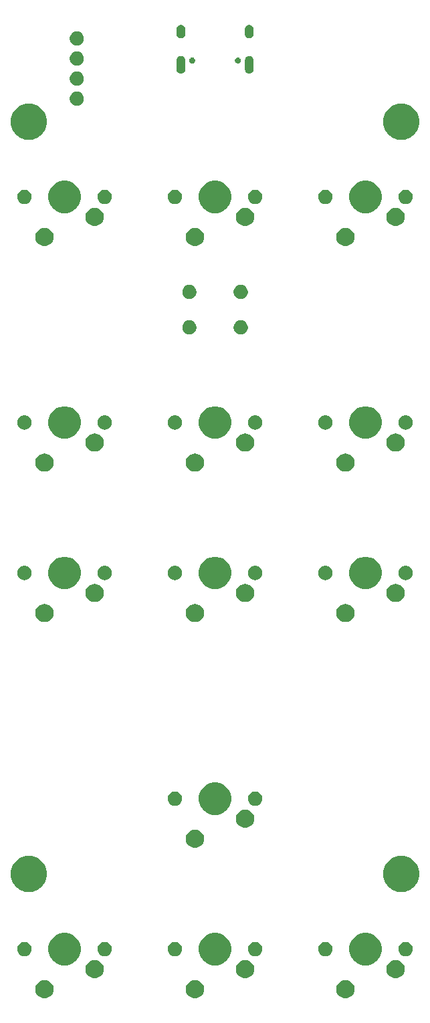
<source format=gts>
G04 #@! TF.GenerationSoftware,KiCad,Pcbnew,5.1.5+dfsg1-2build2*
G04 #@! TF.CreationDate,2020-05-17T18:00:09-07:00*
G04 #@! TF.ProjectId,triad_center,74726961-645f-4636-956e-7465722e6b69,rev?*
G04 #@! TF.SameCoordinates,Original*
G04 #@! TF.FileFunction,Soldermask,Top*
G04 #@! TF.FilePolarity,Negative*
%FSLAX46Y46*%
G04 Gerber Fmt 4.6, Leading zero omitted, Abs format (unit mm)*
G04 Created by KiCad (PCBNEW 5.1.5+dfsg1-2build2) date 2020-05-17 18:00:09*
%MOMM*%
%LPD*%
G04 APERTURE LIST*
%ADD10C,0.100000*%
G04 APERTURE END LIST*
D10*
G36*
X65084549Y-137076116D02*
G01*
X65195734Y-137098232D01*
X65405203Y-137184997D01*
X65593720Y-137310960D01*
X65754040Y-137471280D01*
X65880003Y-137659797D01*
X65966768Y-137869266D01*
X66011000Y-138091636D01*
X66011000Y-138318364D01*
X65966768Y-138540734D01*
X65880003Y-138750203D01*
X65754040Y-138938720D01*
X65593720Y-139099040D01*
X65405203Y-139225003D01*
X65195734Y-139311768D01*
X65084549Y-139333884D01*
X64973365Y-139356000D01*
X64746635Y-139356000D01*
X64635451Y-139333884D01*
X64524266Y-139311768D01*
X64314797Y-139225003D01*
X64126280Y-139099040D01*
X63965960Y-138938720D01*
X63839997Y-138750203D01*
X63753232Y-138540734D01*
X63709000Y-138318364D01*
X63709000Y-138091636D01*
X63753232Y-137869266D01*
X63839997Y-137659797D01*
X63965960Y-137471280D01*
X64126280Y-137310960D01*
X64314797Y-137184997D01*
X64524266Y-137098232D01*
X64635451Y-137076116D01*
X64746635Y-137054000D01*
X64973365Y-137054000D01*
X65084549Y-137076116D01*
G37*
G36*
X46034549Y-137076116D02*
G01*
X46145734Y-137098232D01*
X46355203Y-137184997D01*
X46543720Y-137310960D01*
X46704040Y-137471280D01*
X46830003Y-137659797D01*
X46916768Y-137869266D01*
X46961000Y-138091636D01*
X46961000Y-138318364D01*
X46916768Y-138540734D01*
X46830003Y-138750203D01*
X46704040Y-138938720D01*
X46543720Y-139099040D01*
X46355203Y-139225003D01*
X46145734Y-139311768D01*
X46034549Y-139333884D01*
X45923365Y-139356000D01*
X45696635Y-139356000D01*
X45585451Y-139333884D01*
X45474266Y-139311768D01*
X45264797Y-139225003D01*
X45076280Y-139099040D01*
X44915960Y-138938720D01*
X44789997Y-138750203D01*
X44703232Y-138540734D01*
X44659000Y-138318364D01*
X44659000Y-138091636D01*
X44703232Y-137869266D01*
X44789997Y-137659797D01*
X44915960Y-137471280D01*
X45076280Y-137310960D01*
X45264797Y-137184997D01*
X45474266Y-137098232D01*
X45585451Y-137076116D01*
X45696635Y-137054000D01*
X45923365Y-137054000D01*
X46034549Y-137076116D01*
G37*
G36*
X26984549Y-137076116D02*
G01*
X27095734Y-137098232D01*
X27305203Y-137184997D01*
X27493720Y-137310960D01*
X27654040Y-137471280D01*
X27780003Y-137659797D01*
X27866768Y-137869266D01*
X27911000Y-138091636D01*
X27911000Y-138318364D01*
X27866768Y-138540734D01*
X27780003Y-138750203D01*
X27654040Y-138938720D01*
X27493720Y-139099040D01*
X27305203Y-139225003D01*
X27095734Y-139311768D01*
X26984549Y-139333884D01*
X26873365Y-139356000D01*
X26646635Y-139356000D01*
X26535451Y-139333884D01*
X26424266Y-139311768D01*
X26214797Y-139225003D01*
X26026280Y-139099040D01*
X25865960Y-138938720D01*
X25739997Y-138750203D01*
X25653232Y-138540734D01*
X25609000Y-138318364D01*
X25609000Y-138091636D01*
X25653232Y-137869266D01*
X25739997Y-137659797D01*
X25865960Y-137471280D01*
X26026280Y-137310960D01*
X26214797Y-137184997D01*
X26424266Y-137098232D01*
X26535451Y-137076116D01*
X26646635Y-137054000D01*
X26873365Y-137054000D01*
X26984549Y-137076116D01*
G37*
G36*
X33334549Y-134536116D02*
G01*
X33445734Y-134558232D01*
X33655203Y-134644997D01*
X33843720Y-134770960D01*
X34004040Y-134931280D01*
X34130003Y-135119797D01*
X34216768Y-135329266D01*
X34261000Y-135551636D01*
X34261000Y-135778364D01*
X34216768Y-136000734D01*
X34130003Y-136210203D01*
X34004040Y-136398720D01*
X33843720Y-136559040D01*
X33655203Y-136685003D01*
X33445734Y-136771768D01*
X33334549Y-136793884D01*
X33223365Y-136816000D01*
X32996635Y-136816000D01*
X32885451Y-136793884D01*
X32774266Y-136771768D01*
X32564797Y-136685003D01*
X32376280Y-136559040D01*
X32215960Y-136398720D01*
X32089997Y-136210203D01*
X32003232Y-136000734D01*
X31959000Y-135778364D01*
X31959000Y-135551636D01*
X32003232Y-135329266D01*
X32089997Y-135119797D01*
X32215960Y-134931280D01*
X32376280Y-134770960D01*
X32564797Y-134644997D01*
X32774266Y-134558232D01*
X32885451Y-134536116D01*
X32996635Y-134514000D01*
X33223365Y-134514000D01*
X33334549Y-134536116D01*
G37*
G36*
X71434549Y-134536116D02*
G01*
X71545734Y-134558232D01*
X71755203Y-134644997D01*
X71943720Y-134770960D01*
X72104040Y-134931280D01*
X72230003Y-135119797D01*
X72316768Y-135329266D01*
X72361000Y-135551636D01*
X72361000Y-135778364D01*
X72316768Y-136000734D01*
X72230003Y-136210203D01*
X72104040Y-136398720D01*
X71943720Y-136559040D01*
X71755203Y-136685003D01*
X71545734Y-136771768D01*
X71434549Y-136793884D01*
X71323365Y-136816000D01*
X71096635Y-136816000D01*
X70985451Y-136793884D01*
X70874266Y-136771768D01*
X70664797Y-136685003D01*
X70476280Y-136559040D01*
X70315960Y-136398720D01*
X70189997Y-136210203D01*
X70103232Y-136000734D01*
X70059000Y-135778364D01*
X70059000Y-135551636D01*
X70103232Y-135329266D01*
X70189997Y-135119797D01*
X70315960Y-134931280D01*
X70476280Y-134770960D01*
X70664797Y-134644997D01*
X70874266Y-134558232D01*
X70985451Y-134536116D01*
X71096635Y-134514000D01*
X71323365Y-134514000D01*
X71434549Y-134536116D01*
G37*
G36*
X52384549Y-134536116D02*
G01*
X52495734Y-134558232D01*
X52705203Y-134644997D01*
X52893720Y-134770960D01*
X53054040Y-134931280D01*
X53180003Y-135119797D01*
X53266768Y-135329266D01*
X53311000Y-135551636D01*
X53311000Y-135778364D01*
X53266768Y-136000734D01*
X53180003Y-136210203D01*
X53054040Y-136398720D01*
X52893720Y-136559040D01*
X52705203Y-136685003D01*
X52495734Y-136771768D01*
X52384549Y-136793884D01*
X52273365Y-136816000D01*
X52046635Y-136816000D01*
X51935451Y-136793884D01*
X51824266Y-136771768D01*
X51614797Y-136685003D01*
X51426280Y-136559040D01*
X51265960Y-136398720D01*
X51139997Y-136210203D01*
X51053232Y-136000734D01*
X51009000Y-135778364D01*
X51009000Y-135551636D01*
X51053232Y-135329266D01*
X51139997Y-135119797D01*
X51265960Y-134931280D01*
X51426280Y-134770960D01*
X51614797Y-134644997D01*
X51824266Y-134558232D01*
X51935451Y-134536116D01*
X52046635Y-134514000D01*
X52273365Y-134514000D01*
X52384549Y-134536116D01*
G37*
G36*
X67998254Y-131152818D02*
G01*
X68371511Y-131307426D01*
X68371513Y-131307427D01*
X68707436Y-131531884D01*
X68993116Y-131817564D01*
X69217574Y-132153489D01*
X69372182Y-132526746D01*
X69451000Y-132922993D01*
X69451000Y-133327007D01*
X69372182Y-133723254D01*
X69217574Y-134096511D01*
X69217573Y-134096513D01*
X68993116Y-134432436D01*
X68707436Y-134718116D01*
X68371513Y-134942573D01*
X68371512Y-134942574D01*
X68371511Y-134942574D01*
X67998254Y-135097182D01*
X67602007Y-135176000D01*
X67197993Y-135176000D01*
X66801746Y-135097182D01*
X66428489Y-134942574D01*
X66428488Y-134942574D01*
X66428487Y-134942573D01*
X66092564Y-134718116D01*
X65806884Y-134432436D01*
X65582427Y-134096513D01*
X65582426Y-134096511D01*
X65427818Y-133723254D01*
X65349000Y-133327007D01*
X65349000Y-132922993D01*
X65427818Y-132526746D01*
X65582426Y-132153489D01*
X65806884Y-131817564D01*
X66092564Y-131531884D01*
X66428487Y-131307427D01*
X66428489Y-131307426D01*
X66801746Y-131152818D01*
X67197993Y-131074000D01*
X67602007Y-131074000D01*
X67998254Y-131152818D01*
G37*
G36*
X29898254Y-131152818D02*
G01*
X30271511Y-131307426D01*
X30271513Y-131307427D01*
X30607436Y-131531884D01*
X30893116Y-131817564D01*
X31117574Y-132153489D01*
X31272182Y-132526746D01*
X31351000Y-132922993D01*
X31351000Y-133327007D01*
X31272182Y-133723254D01*
X31117574Y-134096511D01*
X31117573Y-134096513D01*
X30893116Y-134432436D01*
X30607436Y-134718116D01*
X30271513Y-134942573D01*
X30271512Y-134942574D01*
X30271511Y-134942574D01*
X29898254Y-135097182D01*
X29502007Y-135176000D01*
X29097993Y-135176000D01*
X28701746Y-135097182D01*
X28328489Y-134942574D01*
X28328488Y-134942574D01*
X28328487Y-134942573D01*
X27992564Y-134718116D01*
X27706884Y-134432436D01*
X27482427Y-134096513D01*
X27482426Y-134096511D01*
X27327818Y-133723254D01*
X27249000Y-133327007D01*
X27249000Y-132922993D01*
X27327818Y-132526746D01*
X27482426Y-132153489D01*
X27706884Y-131817564D01*
X27992564Y-131531884D01*
X28328487Y-131307427D01*
X28328489Y-131307426D01*
X28701746Y-131152818D01*
X29097993Y-131074000D01*
X29502007Y-131074000D01*
X29898254Y-131152818D01*
G37*
G36*
X48948254Y-131152818D02*
G01*
X49321511Y-131307426D01*
X49321513Y-131307427D01*
X49657436Y-131531884D01*
X49943116Y-131817564D01*
X50167574Y-132153489D01*
X50322182Y-132526746D01*
X50401000Y-132922993D01*
X50401000Y-133327007D01*
X50322182Y-133723254D01*
X50167574Y-134096511D01*
X50167573Y-134096513D01*
X49943116Y-134432436D01*
X49657436Y-134718116D01*
X49321513Y-134942573D01*
X49321512Y-134942574D01*
X49321511Y-134942574D01*
X48948254Y-135097182D01*
X48552007Y-135176000D01*
X48147993Y-135176000D01*
X47751746Y-135097182D01*
X47378489Y-134942574D01*
X47378488Y-134942574D01*
X47378487Y-134942573D01*
X47042564Y-134718116D01*
X46756884Y-134432436D01*
X46532427Y-134096513D01*
X46532426Y-134096511D01*
X46377818Y-133723254D01*
X46299000Y-133327007D01*
X46299000Y-132922993D01*
X46377818Y-132526746D01*
X46532426Y-132153489D01*
X46756884Y-131817564D01*
X47042564Y-131531884D01*
X47378487Y-131307427D01*
X47378489Y-131307426D01*
X47751746Y-131152818D01*
X48147993Y-131074000D01*
X48552007Y-131074000D01*
X48948254Y-131152818D01*
G37*
G36*
X53543512Y-132228927D02*
G01*
X53692812Y-132258624D01*
X53856784Y-132326544D01*
X54004354Y-132425147D01*
X54129853Y-132550646D01*
X54228456Y-132698216D01*
X54296376Y-132862188D01*
X54331000Y-133036259D01*
X54331000Y-133213741D01*
X54296376Y-133387812D01*
X54228456Y-133551784D01*
X54129853Y-133699354D01*
X54004354Y-133824853D01*
X53856784Y-133923456D01*
X53692812Y-133991376D01*
X53543512Y-134021073D01*
X53518742Y-134026000D01*
X53341258Y-134026000D01*
X53316488Y-134021073D01*
X53167188Y-133991376D01*
X53003216Y-133923456D01*
X52855646Y-133824853D01*
X52730147Y-133699354D01*
X52631544Y-133551784D01*
X52563624Y-133387812D01*
X52529000Y-133213741D01*
X52529000Y-133036259D01*
X52563624Y-132862188D01*
X52631544Y-132698216D01*
X52730147Y-132550646D01*
X52855646Y-132425147D01*
X53003216Y-132326544D01*
X53167188Y-132258624D01*
X53316488Y-132228927D01*
X53341258Y-132224000D01*
X53518742Y-132224000D01*
X53543512Y-132228927D01*
G37*
G36*
X43383512Y-132228927D02*
G01*
X43532812Y-132258624D01*
X43696784Y-132326544D01*
X43844354Y-132425147D01*
X43969853Y-132550646D01*
X44068456Y-132698216D01*
X44136376Y-132862188D01*
X44171000Y-133036259D01*
X44171000Y-133213741D01*
X44136376Y-133387812D01*
X44068456Y-133551784D01*
X43969853Y-133699354D01*
X43844354Y-133824853D01*
X43696784Y-133923456D01*
X43532812Y-133991376D01*
X43383512Y-134021073D01*
X43358742Y-134026000D01*
X43181258Y-134026000D01*
X43156488Y-134021073D01*
X43007188Y-133991376D01*
X42843216Y-133923456D01*
X42695646Y-133824853D01*
X42570147Y-133699354D01*
X42471544Y-133551784D01*
X42403624Y-133387812D01*
X42369000Y-133213741D01*
X42369000Y-133036259D01*
X42403624Y-132862188D01*
X42471544Y-132698216D01*
X42570147Y-132550646D01*
X42695646Y-132425147D01*
X42843216Y-132326544D01*
X43007188Y-132258624D01*
X43156488Y-132228927D01*
X43181258Y-132224000D01*
X43358742Y-132224000D01*
X43383512Y-132228927D01*
G37*
G36*
X62433512Y-132228927D02*
G01*
X62582812Y-132258624D01*
X62746784Y-132326544D01*
X62894354Y-132425147D01*
X63019853Y-132550646D01*
X63118456Y-132698216D01*
X63186376Y-132862188D01*
X63221000Y-133036259D01*
X63221000Y-133213741D01*
X63186376Y-133387812D01*
X63118456Y-133551784D01*
X63019853Y-133699354D01*
X62894354Y-133824853D01*
X62746784Y-133923456D01*
X62582812Y-133991376D01*
X62433512Y-134021073D01*
X62408742Y-134026000D01*
X62231258Y-134026000D01*
X62206488Y-134021073D01*
X62057188Y-133991376D01*
X61893216Y-133923456D01*
X61745646Y-133824853D01*
X61620147Y-133699354D01*
X61521544Y-133551784D01*
X61453624Y-133387812D01*
X61419000Y-133213741D01*
X61419000Y-133036259D01*
X61453624Y-132862188D01*
X61521544Y-132698216D01*
X61620147Y-132550646D01*
X61745646Y-132425147D01*
X61893216Y-132326544D01*
X62057188Y-132258624D01*
X62206488Y-132228927D01*
X62231258Y-132224000D01*
X62408742Y-132224000D01*
X62433512Y-132228927D01*
G37*
G36*
X24333512Y-132228927D02*
G01*
X24482812Y-132258624D01*
X24646784Y-132326544D01*
X24794354Y-132425147D01*
X24919853Y-132550646D01*
X25018456Y-132698216D01*
X25086376Y-132862188D01*
X25121000Y-133036259D01*
X25121000Y-133213741D01*
X25086376Y-133387812D01*
X25018456Y-133551784D01*
X24919853Y-133699354D01*
X24794354Y-133824853D01*
X24646784Y-133923456D01*
X24482812Y-133991376D01*
X24333512Y-134021073D01*
X24308742Y-134026000D01*
X24131258Y-134026000D01*
X24106488Y-134021073D01*
X23957188Y-133991376D01*
X23793216Y-133923456D01*
X23645646Y-133824853D01*
X23520147Y-133699354D01*
X23421544Y-133551784D01*
X23353624Y-133387812D01*
X23319000Y-133213741D01*
X23319000Y-133036259D01*
X23353624Y-132862188D01*
X23421544Y-132698216D01*
X23520147Y-132550646D01*
X23645646Y-132425147D01*
X23793216Y-132326544D01*
X23957188Y-132258624D01*
X24106488Y-132228927D01*
X24131258Y-132224000D01*
X24308742Y-132224000D01*
X24333512Y-132228927D01*
G37*
G36*
X72593512Y-132228927D02*
G01*
X72742812Y-132258624D01*
X72906784Y-132326544D01*
X73054354Y-132425147D01*
X73179853Y-132550646D01*
X73278456Y-132698216D01*
X73346376Y-132862188D01*
X73381000Y-133036259D01*
X73381000Y-133213741D01*
X73346376Y-133387812D01*
X73278456Y-133551784D01*
X73179853Y-133699354D01*
X73054354Y-133824853D01*
X72906784Y-133923456D01*
X72742812Y-133991376D01*
X72593512Y-134021073D01*
X72568742Y-134026000D01*
X72391258Y-134026000D01*
X72366488Y-134021073D01*
X72217188Y-133991376D01*
X72053216Y-133923456D01*
X71905646Y-133824853D01*
X71780147Y-133699354D01*
X71681544Y-133551784D01*
X71613624Y-133387812D01*
X71579000Y-133213741D01*
X71579000Y-133036259D01*
X71613624Y-132862188D01*
X71681544Y-132698216D01*
X71780147Y-132550646D01*
X71905646Y-132425147D01*
X72053216Y-132326544D01*
X72217188Y-132258624D01*
X72366488Y-132228927D01*
X72391258Y-132224000D01*
X72568742Y-132224000D01*
X72593512Y-132228927D01*
G37*
G36*
X34493512Y-132228927D02*
G01*
X34642812Y-132258624D01*
X34806784Y-132326544D01*
X34954354Y-132425147D01*
X35079853Y-132550646D01*
X35178456Y-132698216D01*
X35246376Y-132862188D01*
X35281000Y-133036259D01*
X35281000Y-133213741D01*
X35246376Y-133387812D01*
X35178456Y-133551784D01*
X35079853Y-133699354D01*
X34954354Y-133824853D01*
X34806784Y-133923456D01*
X34642812Y-133991376D01*
X34493512Y-134021073D01*
X34468742Y-134026000D01*
X34291258Y-134026000D01*
X34266488Y-134021073D01*
X34117188Y-133991376D01*
X33953216Y-133923456D01*
X33805646Y-133824853D01*
X33680147Y-133699354D01*
X33581544Y-133551784D01*
X33513624Y-133387812D01*
X33479000Y-133213741D01*
X33479000Y-133036259D01*
X33513624Y-132862188D01*
X33581544Y-132698216D01*
X33680147Y-132550646D01*
X33805646Y-132425147D01*
X33953216Y-132326544D01*
X34117188Y-132258624D01*
X34266488Y-132228927D01*
X34291258Y-132224000D01*
X34468742Y-132224000D01*
X34493512Y-132228927D01*
G37*
G36*
X72373903Y-121343213D02*
G01*
X72596177Y-121387426D01*
X73014932Y-121560880D01*
X73391802Y-121812696D01*
X73712304Y-122133198D01*
X73964120Y-122510068D01*
X74137574Y-122928823D01*
X74226000Y-123373371D01*
X74226000Y-123826629D01*
X74137574Y-124271177D01*
X73964120Y-124689932D01*
X73712304Y-125066802D01*
X73391802Y-125387304D01*
X73014932Y-125639120D01*
X72596177Y-125812574D01*
X72373903Y-125856787D01*
X72151630Y-125901000D01*
X71698370Y-125901000D01*
X71476097Y-125856787D01*
X71253823Y-125812574D01*
X70835068Y-125639120D01*
X70458198Y-125387304D01*
X70137696Y-125066802D01*
X69885880Y-124689932D01*
X69712426Y-124271177D01*
X69624000Y-123826629D01*
X69624000Y-123373371D01*
X69712426Y-122928823D01*
X69885880Y-122510068D01*
X70137696Y-122133198D01*
X70458198Y-121812696D01*
X70835068Y-121560880D01*
X71253823Y-121387426D01*
X71476097Y-121343213D01*
X71698370Y-121299000D01*
X72151630Y-121299000D01*
X72373903Y-121343213D01*
G37*
G36*
X25223903Y-121343213D02*
G01*
X25446177Y-121387426D01*
X25864932Y-121560880D01*
X26241802Y-121812696D01*
X26562304Y-122133198D01*
X26814120Y-122510068D01*
X26987574Y-122928823D01*
X27076000Y-123373371D01*
X27076000Y-123826629D01*
X26987574Y-124271177D01*
X26814120Y-124689932D01*
X26562304Y-125066802D01*
X26241802Y-125387304D01*
X25864932Y-125639120D01*
X25446177Y-125812574D01*
X25223903Y-125856787D01*
X25001630Y-125901000D01*
X24548370Y-125901000D01*
X24326097Y-125856787D01*
X24103823Y-125812574D01*
X23685068Y-125639120D01*
X23308198Y-125387304D01*
X22987696Y-125066802D01*
X22735880Y-124689932D01*
X22562426Y-124271177D01*
X22474000Y-123826629D01*
X22474000Y-123373371D01*
X22562426Y-122928823D01*
X22735880Y-122510068D01*
X22987696Y-122133198D01*
X23308198Y-121812696D01*
X23685068Y-121560880D01*
X24103823Y-121387426D01*
X24326097Y-121343213D01*
X24548370Y-121299000D01*
X25001630Y-121299000D01*
X25223903Y-121343213D01*
G37*
G36*
X46034549Y-118026116D02*
G01*
X46145734Y-118048232D01*
X46355203Y-118134997D01*
X46543720Y-118260960D01*
X46704040Y-118421280D01*
X46830003Y-118609797D01*
X46916768Y-118819266D01*
X46961000Y-119041636D01*
X46961000Y-119268364D01*
X46916768Y-119490734D01*
X46830003Y-119700203D01*
X46704040Y-119888720D01*
X46543720Y-120049040D01*
X46355203Y-120175003D01*
X46145734Y-120261768D01*
X46034549Y-120283884D01*
X45923365Y-120306000D01*
X45696635Y-120306000D01*
X45585451Y-120283884D01*
X45474266Y-120261768D01*
X45264797Y-120175003D01*
X45076280Y-120049040D01*
X44915960Y-119888720D01*
X44789997Y-119700203D01*
X44703232Y-119490734D01*
X44659000Y-119268364D01*
X44659000Y-119041636D01*
X44703232Y-118819266D01*
X44789997Y-118609797D01*
X44915960Y-118421280D01*
X45076280Y-118260960D01*
X45264797Y-118134997D01*
X45474266Y-118048232D01*
X45585451Y-118026116D01*
X45696635Y-118004000D01*
X45923365Y-118004000D01*
X46034549Y-118026116D01*
G37*
G36*
X52384549Y-115486116D02*
G01*
X52495734Y-115508232D01*
X52705203Y-115594997D01*
X52893720Y-115720960D01*
X53054040Y-115881280D01*
X53180003Y-116069797D01*
X53266768Y-116279266D01*
X53311000Y-116501636D01*
X53311000Y-116728364D01*
X53266768Y-116950734D01*
X53180003Y-117160203D01*
X53054040Y-117348720D01*
X52893720Y-117509040D01*
X52705203Y-117635003D01*
X52495734Y-117721768D01*
X52384549Y-117743884D01*
X52273365Y-117766000D01*
X52046635Y-117766000D01*
X51935451Y-117743884D01*
X51824266Y-117721768D01*
X51614797Y-117635003D01*
X51426280Y-117509040D01*
X51265960Y-117348720D01*
X51139997Y-117160203D01*
X51053232Y-116950734D01*
X51009000Y-116728364D01*
X51009000Y-116501636D01*
X51053232Y-116279266D01*
X51139997Y-116069797D01*
X51265960Y-115881280D01*
X51426280Y-115720960D01*
X51614797Y-115594997D01*
X51824266Y-115508232D01*
X51935451Y-115486116D01*
X52046635Y-115464000D01*
X52273365Y-115464000D01*
X52384549Y-115486116D01*
G37*
G36*
X48948254Y-112102818D02*
G01*
X49321511Y-112257426D01*
X49321513Y-112257427D01*
X49657436Y-112481884D01*
X49943116Y-112767564D01*
X50167574Y-113103489D01*
X50322182Y-113476746D01*
X50401000Y-113872993D01*
X50401000Y-114277007D01*
X50322182Y-114673254D01*
X50167574Y-115046511D01*
X50167573Y-115046513D01*
X49943116Y-115382436D01*
X49657436Y-115668116D01*
X49321513Y-115892573D01*
X49321512Y-115892574D01*
X49321511Y-115892574D01*
X48948254Y-116047182D01*
X48552007Y-116126000D01*
X48147993Y-116126000D01*
X47751746Y-116047182D01*
X47378489Y-115892574D01*
X47378488Y-115892574D01*
X47378487Y-115892573D01*
X47042564Y-115668116D01*
X46756884Y-115382436D01*
X46532427Y-115046513D01*
X46532426Y-115046511D01*
X46377818Y-114673254D01*
X46299000Y-114277007D01*
X46299000Y-113872993D01*
X46377818Y-113476746D01*
X46532426Y-113103489D01*
X46756884Y-112767564D01*
X47042564Y-112481884D01*
X47378487Y-112257427D01*
X47378489Y-112257426D01*
X47751746Y-112102818D01*
X48147993Y-112024000D01*
X48552007Y-112024000D01*
X48948254Y-112102818D01*
G37*
G36*
X43383512Y-113178927D02*
G01*
X43532812Y-113208624D01*
X43696784Y-113276544D01*
X43844354Y-113375147D01*
X43969853Y-113500646D01*
X44068456Y-113648216D01*
X44136376Y-113812188D01*
X44171000Y-113986259D01*
X44171000Y-114163741D01*
X44136376Y-114337812D01*
X44068456Y-114501784D01*
X43969853Y-114649354D01*
X43844354Y-114774853D01*
X43696784Y-114873456D01*
X43532812Y-114941376D01*
X43383512Y-114971073D01*
X43358742Y-114976000D01*
X43181258Y-114976000D01*
X43156488Y-114971073D01*
X43007188Y-114941376D01*
X42843216Y-114873456D01*
X42695646Y-114774853D01*
X42570147Y-114649354D01*
X42471544Y-114501784D01*
X42403624Y-114337812D01*
X42369000Y-114163741D01*
X42369000Y-113986259D01*
X42403624Y-113812188D01*
X42471544Y-113648216D01*
X42570147Y-113500646D01*
X42695646Y-113375147D01*
X42843216Y-113276544D01*
X43007188Y-113208624D01*
X43156488Y-113178927D01*
X43181258Y-113174000D01*
X43358742Y-113174000D01*
X43383512Y-113178927D01*
G37*
G36*
X53543512Y-113178927D02*
G01*
X53692812Y-113208624D01*
X53856784Y-113276544D01*
X54004354Y-113375147D01*
X54129853Y-113500646D01*
X54228456Y-113648216D01*
X54296376Y-113812188D01*
X54331000Y-113986259D01*
X54331000Y-114163741D01*
X54296376Y-114337812D01*
X54228456Y-114501784D01*
X54129853Y-114649354D01*
X54004354Y-114774853D01*
X53856784Y-114873456D01*
X53692812Y-114941376D01*
X53543512Y-114971073D01*
X53518742Y-114976000D01*
X53341258Y-114976000D01*
X53316488Y-114971073D01*
X53167188Y-114941376D01*
X53003216Y-114873456D01*
X52855646Y-114774853D01*
X52730147Y-114649354D01*
X52631544Y-114501784D01*
X52563624Y-114337812D01*
X52529000Y-114163741D01*
X52529000Y-113986259D01*
X52563624Y-113812188D01*
X52631544Y-113648216D01*
X52730147Y-113500646D01*
X52855646Y-113375147D01*
X53003216Y-113276544D01*
X53167188Y-113208624D01*
X53316488Y-113178927D01*
X53341258Y-113174000D01*
X53518742Y-113174000D01*
X53543512Y-113178927D01*
G37*
G36*
X65084549Y-89451116D02*
G01*
X65195734Y-89473232D01*
X65405203Y-89559997D01*
X65593720Y-89685960D01*
X65754040Y-89846280D01*
X65880003Y-90034797D01*
X65966768Y-90244266D01*
X66011000Y-90466636D01*
X66011000Y-90693364D01*
X65966768Y-90915734D01*
X65880003Y-91125203D01*
X65754040Y-91313720D01*
X65593720Y-91474040D01*
X65405203Y-91600003D01*
X65195734Y-91686768D01*
X65084549Y-91708884D01*
X64973365Y-91731000D01*
X64746635Y-91731000D01*
X64635451Y-91708884D01*
X64524266Y-91686768D01*
X64314797Y-91600003D01*
X64126280Y-91474040D01*
X63965960Y-91313720D01*
X63839997Y-91125203D01*
X63753232Y-90915734D01*
X63709000Y-90693364D01*
X63709000Y-90466636D01*
X63753232Y-90244266D01*
X63839997Y-90034797D01*
X63965960Y-89846280D01*
X64126280Y-89685960D01*
X64314797Y-89559997D01*
X64524266Y-89473232D01*
X64635451Y-89451116D01*
X64746635Y-89429000D01*
X64973365Y-89429000D01*
X65084549Y-89451116D01*
G37*
G36*
X46034549Y-89451116D02*
G01*
X46145734Y-89473232D01*
X46355203Y-89559997D01*
X46543720Y-89685960D01*
X46704040Y-89846280D01*
X46830003Y-90034797D01*
X46916768Y-90244266D01*
X46961000Y-90466636D01*
X46961000Y-90693364D01*
X46916768Y-90915734D01*
X46830003Y-91125203D01*
X46704040Y-91313720D01*
X46543720Y-91474040D01*
X46355203Y-91600003D01*
X46145734Y-91686768D01*
X46034549Y-91708884D01*
X45923365Y-91731000D01*
X45696635Y-91731000D01*
X45585451Y-91708884D01*
X45474266Y-91686768D01*
X45264797Y-91600003D01*
X45076280Y-91474040D01*
X44915960Y-91313720D01*
X44789997Y-91125203D01*
X44703232Y-90915734D01*
X44659000Y-90693364D01*
X44659000Y-90466636D01*
X44703232Y-90244266D01*
X44789997Y-90034797D01*
X44915960Y-89846280D01*
X45076280Y-89685960D01*
X45264797Y-89559997D01*
X45474266Y-89473232D01*
X45585451Y-89451116D01*
X45696635Y-89429000D01*
X45923365Y-89429000D01*
X46034549Y-89451116D01*
G37*
G36*
X26984549Y-89451116D02*
G01*
X27095734Y-89473232D01*
X27305203Y-89559997D01*
X27493720Y-89685960D01*
X27654040Y-89846280D01*
X27780003Y-90034797D01*
X27866768Y-90244266D01*
X27911000Y-90466636D01*
X27911000Y-90693364D01*
X27866768Y-90915734D01*
X27780003Y-91125203D01*
X27654040Y-91313720D01*
X27493720Y-91474040D01*
X27305203Y-91600003D01*
X27095734Y-91686768D01*
X26984549Y-91708884D01*
X26873365Y-91731000D01*
X26646635Y-91731000D01*
X26535451Y-91708884D01*
X26424266Y-91686768D01*
X26214797Y-91600003D01*
X26026280Y-91474040D01*
X25865960Y-91313720D01*
X25739997Y-91125203D01*
X25653232Y-90915734D01*
X25609000Y-90693364D01*
X25609000Y-90466636D01*
X25653232Y-90244266D01*
X25739997Y-90034797D01*
X25865960Y-89846280D01*
X26026280Y-89685960D01*
X26214797Y-89559997D01*
X26424266Y-89473232D01*
X26535451Y-89451116D01*
X26646635Y-89429000D01*
X26873365Y-89429000D01*
X26984549Y-89451116D01*
G37*
G36*
X33334549Y-86911116D02*
G01*
X33445734Y-86933232D01*
X33655203Y-87019997D01*
X33843720Y-87145960D01*
X34004040Y-87306280D01*
X34130003Y-87494797D01*
X34216768Y-87704266D01*
X34261000Y-87926636D01*
X34261000Y-88153364D01*
X34216768Y-88375734D01*
X34130003Y-88585203D01*
X34004040Y-88773720D01*
X33843720Y-88934040D01*
X33655203Y-89060003D01*
X33445734Y-89146768D01*
X33334549Y-89168884D01*
X33223365Y-89191000D01*
X32996635Y-89191000D01*
X32885451Y-89168884D01*
X32774266Y-89146768D01*
X32564797Y-89060003D01*
X32376280Y-88934040D01*
X32215960Y-88773720D01*
X32089997Y-88585203D01*
X32003232Y-88375734D01*
X31959000Y-88153364D01*
X31959000Y-87926636D01*
X32003232Y-87704266D01*
X32089997Y-87494797D01*
X32215960Y-87306280D01*
X32376280Y-87145960D01*
X32564797Y-87019997D01*
X32774266Y-86933232D01*
X32885451Y-86911116D01*
X32996635Y-86889000D01*
X33223365Y-86889000D01*
X33334549Y-86911116D01*
G37*
G36*
X71434549Y-86911116D02*
G01*
X71545734Y-86933232D01*
X71755203Y-87019997D01*
X71943720Y-87145960D01*
X72104040Y-87306280D01*
X72230003Y-87494797D01*
X72316768Y-87704266D01*
X72361000Y-87926636D01*
X72361000Y-88153364D01*
X72316768Y-88375734D01*
X72230003Y-88585203D01*
X72104040Y-88773720D01*
X71943720Y-88934040D01*
X71755203Y-89060003D01*
X71545734Y-89146768D01*
X71434549Y-89168884D01*
X71323365Y-89191000D01*
X71096635Y-89191000D01*
X70985451Y-89168884D01*
X70874266Y-89146768D01*
X70664797Y-89060003D01*
X70476280Y-88934040D01*
X70315960Y-88773720D01*
X70189997Y-88585203D01*
X70103232Y-88375734D01*
X70059000Y-88153364D01*
X70059000Y-87926636D01*
X70103232Y-87704266D01*
X70189997Y-87494797D01*
X70315960Y-87306280D01*
X70476280Y-87145960D01*
X70664797Y-87019997D01*
X70874266Y-86933232D01*
X70985451Y-86911116D01*
X71096635Y-86889000D01*
X71323365Y-86889000D01*
X71434549Y-86911116D01*
G37*
G36*
X52384549Y-86911116D02*
G01*
X52495734Y-86933232D01*
X52705203Y-87019997D01*
X52893720Y-87145960D01*
X53054040Y-87306280D01*
X53180003Y-87494797D01*
X53266768Y-87704266D01*
X53311000Y-87926636D01*
X53311000Y-88153364D01*
X53266768Y-88375734D01*
X53180003Y-88585203D01*
X53054040Y-88773720D01*
X52893720Y-88934040D01*
X52705203Y-89060003D01*
X52495734Y-89146768D01*
X52384549Y-89168884D01*
X52273365Y-89191000D01*
X52046635Y-89191000D01*
X51935451Y-89168884D01*
X51824266Y-89146768D01*
X51614797Y-89060003D01*
X51426280Y-88934040D01*
X51265960Y-88773720D01*
X51139997Y-88585203D01*
X51053232Y-88375734D01*
X51009000Y-88153364D01*
X51009000Y-87926636D01*
X51053232Y-87704266D01*
X51139997Y-87494797D01*
X51265960Y-87306280D01*
X51426280Y-87145960D01*
X51614797Y-87019997D01*
X51824266Y-86933232D01*
X51935451Y-86911116D01*
X52046635Y-86889000D01*
X52273365Y-86889000D01*
X52384549Y-86911116D01*
G37*
G36*
X67998254Y-83527818D02*
G01*
X68371511Y-83682426D01*
X68371513Y-83682427D01*
X68707436Y-83906884D01*
X68993116Y-84192564D01*
X69217574Y-84528489D01*
X69372182Y-84901746D01*
X69451000Y-85297993D01*
X69451000Y-85702007D01*
X69372182Y-86098254D01*
X69217574Y-86471511D01*
X69217573Y-86471513D01*
X68993116Y-86807436D01*
X68707436Y-87093116D01*
X68371513Y-87317573D01*
X68371512Y-87317574D01*
X68371511Y-87317574D01*
X67998254Y-87472182D01*
X67602007Y-87551000D01*
X67197993Y-87551000D01*
X66801746Y-87472182D01*
X66428489Y-87317574D01*
X66428488Y-87317574D01*
X66428487Y-87317573D01*
X66092564Y-87093116D01*
X65806884Y-86807436D01*
X65582427Y-86471513D01*
X65582426Y-86471511D01*
X65427818Y-86098254D01*
X65349000Y-85702007D01*
X65349000Y-85297993D01*
X65427818Y-84901746D01*
X65582426Y-84528489D01*
X65806884Y-84192564D01*
X66092564Y-83906884D01*
X66428487Y-83682427D01*
X66428489Y-83682426D01*
X66801746Y-83527818D01*
X67197993Y-83449000D01*
X67602007Y-83449000D01*
X67998254Y-83527818D01*
G37*
G36*
X48948254Y-83527818D02*
G01*
X49321511Y-83682426D01*
X49321513Y-83682427D01*
X49657436Y-83906884D01*
X49943116Y-84192564D01*
X50167574Y-84528489D01*
X50322182Y-84901746D01*
X50401000Y-85297993D01*
X50401000Y-85702007D01*
X50322182Y-86098254D01*
X50167574Y-86471511D01*
X50167573Y-86471513D01*
X49943116Y-86807436D01*
X49657436Y-87093116D01*
X49321513Y-87317573D01*
X49321512Y-87317574D01*
X49321511Y-87317574D01*
X48948254Y-87472182D01*
X48552007Y-87551000D01*
X48147993Y-87551000D01*
X47751746Y-87472182D01*
X47378489Y-87317574D01*
X47378488Y-87317574D01*
X47378487Y-87317573D01*
X47042564Y-87093116D01*
X46756884Y-86807436D01*
X46532427Y-86471513D01*
X46532426Y-86471511D01*
X46377818Y-86098254D01*
X46299000Y-85702007D01*
X46299000Y-85297993D01*
X46377818Y-84901746D01*
X46532426Y-84528489D01*
X46756884Y-84192564D01*
X47042564Y-83906884D01*
X47378487Y-83682427D01*
X47378489Y-83682426D01*
X47751746Y-83527818D01*
X48147993Y-83449000D01*
X48552007Y-83449000D01*
X48948254Y-83527818D01*
G37*
G36*
X29898254Y-83527818D02*
G01*
X30271511Y-83682426D01*
X30271513Y-83682427D01*
X30607436Y-83906884D01*
X30893116Y-84192564D01*
X31117574Y-84528489D01*
X31272182Y-84901746D01*
X31351000Y-85297993D01*
X31351000Y-85702007D01*
X31272182Y-86098254D01*
X31117574Y-86471511D01*
X31117573Y-86471513D01*
X30893116Y-86807436D01*
X30607436Y-87093116D01*
X30271513Y-87317573D01*
X30271512Y-87317574D01*
X30271511Y-87317574D01*
X29898254Y-87472182D01*
X29502007Y-87551000D01*
X29097993Y-87551000D01*
X28701746Y-87472182D01*
X28328489Y-87317574D01*
X28328488Y-87317574D01*
X28328487Y-87317573D01*
X27992564Y-87093116D01*
X27706884Y-86807436D01*
X27482427Y-86471513D01*
X27482426Y-86471511D01*
X27327818Y-86098254D01*
X27249000Y-85702007D01*
X27249000Y-85297993D01*
X27327818Y-84901746D01*
X27482426Y-84528489D01*
X27706884Y-84192564D01*
X27992564Y-83906884D01*
X28328487Y-83682427D01*
X28328489Y-83682426D01*
X28701746Y-83527818D01*
X29097993Y-83449000D01*
X29502007Y-83449000D01*
X29898254Y-83527818D01*
G37*
G36*
X43383512Y-84603927D02*
G01*
X43532812Y-84633624D01*
X43696784Y-84701544D01*
X43844354Y-84800147D01*
X43969853Y-84925646D01*
X44068456Y-85073216D01*
X44136376Y-85237188D01*
X44171000Y-85411259D01*
X44171000Y-85588741D01*
X44136376Y-85762812D01*
X44068456Y-85926784D01*
X43969853Y-86074354D01*
X43844354Y-86199853D01*
X43696784Y-86298456D01*
X43532812Y-86366376D01*
X43383512Y-86396073D01*
X43358742Y-86401000D01*
X43181258Y-86401000D01*
X43156488Y-86396073D01*
X43007188Y-86366376D01*
X42843216Y-86298456D01*
X42695646Y-86199853D01*
X42570147Y-86074354D01*
X42471544Y-85926784D01*
X42403624Y-85762812D01*
X42369000Y-85588741D01*
X42369000Y-85411259D01*
X42403624Y-85237188D01*
X42471544Y-85073216D01*
X42570147Y-84925646D01*
X42695646Y-84800147D01*
X42843216Y-84701544D01*
X43007188Y-84633624D01*
X43156488Y-84603927D01*
X43181258Y-84599000D01*
X43358742Y-84599000D01*
X43383512Y-84603927D01*
G37*
G36*
X72593512Y-84603927D02*
G01*
X72742812Y-84633624D01*
X72906784Y-84701544D01*
X73054354Y-84800147D01*
X73179853Y-84925646D01*
X73278456Y-85073216D01*
X73346376Y-85237188D01*
X73381000Y-85411259D01*
X73381000Y-85588741D01*
X73346376Y-85762812D01*
X73278456Y-85926784D01*
X73179853Y-86074354D01*
X73054354Y-86199853D01*
X72906784Y-86298456D01*
X72742812Y-86366376D01*
X72593512Y-86396073D01*
X72568742Y-86401000D01*
X72391258Y-86401000D01*
X72366488Y-86396073D01*
X72217188Y-86366376D01*
X72053216Y-86298456D01*
X71905646Y-86199853D01*
X71780147Y-86074354D01*
X71681544Y-85926784D01*
X71613624Y-85762812D01*
X71579000Y-85588741D01*
X71579000Y-85411259D01*
X71613624Y-85237188D01*
X71681544Y-85073216D01*
X71780147Y-84925646D01*
X71905646Y-84800147D01*
X72053216Y-84701544D01*
X72217188Y-84633624D01*
X72366488Y-84603927D01*
X72391258Y-84599000D01*
X72568742Y-84599000D01*
X72593512Y-84603927D01*
G37*
G36*
X62433512Y-84603927D02*
G01*
X62582812Y-84633624D01*
X62746784Y-84701544D01*
X62894354Y-84800147D01*
X63019853Y-84925646D01*
X63118456Y-85073216D01*
X63186376Y-85237188D01*
X63221000Y-85411259D01*
X63221000Y-85588741D01*
X63186376Y-85762812D01*
X63118456Y-85926784D01*
X63019853Y-86074354D01*
X62894354Y-86199853D01*
X62746784Y-86298456D01*
X62582812Y-86366376D01*
X62433512Y-86396073D01*
X62408742Y-86401000D01*
X62231258Y-86401000D01*
X62206488Y-86396073D01*
X62057188Y-86366376D01*
X61893216Y-86298456D01*
X61745646Y-86199853D01*
X61620147Y-86074354D01*
X61521544Y-85926784D01*
X61453624Y-85762812D01*
X61419000Y-85588741D01*
X61419000Y-85411259D01*
X61453624Y-85237188D01*
X61521544Y-85073216D01*
X61620147Y-84925646D01*
X61745646Y-84800147D01*
X61893216Y-84701544D01*
X62057188Y-84633624D01*
X62206488Y-84603927D01*
X62231258Y-84599000D01*
X62408742Y-84599000D01*
X62433512Y-84603927D01*
G37*
G36*
X34493512Y-84603927D02*
G01*
X34642812Y-84633624D01*
X34806784Y-84701544D01*
X34954354Y-84800147D01*
X35079853Y-84925646D01*
X35178456Y-85073216D01*
X35246376Y-85237188D01*
X35281000Y-85411259D01*
X35281000Y-85588741D01*
X35246376Y-85762812D01*
X35178456Y-85926784D01*
X35079853Y-86074354D01*
X34954354Y-86199853D01*
X34806784Y-86298456D01*
X34642812Y-86366376D01*
X34493512Y-86396073D01*
X34468742Y-86401000D01*
X34291258Y-86401000D01*
X34266488Y-86396073D01*
X34117188Y-86366376D01*
X33953216Y-86298456D01*
X33805646Y-86199853D01*
X33680147Y-86074354D01*
X33581544Y-85926784D01*
X33513624Y-85762812D01*
X33479000Y-85588741D01*
X33479000Y-85411259D01*
X33513624Y-85237188D01*
X33581544Y-85073216D01*
X33680147Y-84925646D01*
X33805646Y-84800147D01*
X33953216Y-84701544D01*
X34117188Y-84633624D01*
X34266488Y-84603927D01*
X34291258Y-84599000D01*
X34468742Y-84599000D01*
X34493512Y-84603927D01*
G37*
G36*
X53543512Y-84603927D02*
G01*
X53692812Y-84633624D01*
X53856784Y-84701544D01*
X54004354Y-84800147D01*
X54129853Y-84925646D01*
X54228456Y-85073216D01*
X54296376Y-85237188D01*
X54331000Y-85411259D01*
X54331000Y-85588741D01*
X54296376Y-85762812D01*
X54228456Y-85926784D01*
X54129853Y-86074354D01*
X54004354Y-86199853D01*
X53856784Y-86298456D01*
X53692812Y-86366376D01*
X53543512Y-86396073D01*
X53518742Y-86401000D01*
X53341258Y-86401000D01*
X53316488Y-86396073D01*
X53167188Y-86366376D01*
X53003216Y-86298456D01*
X52855646Y-86199853D01*
X52730147Y-86074354D01*
X52631544Y-85926784D01*
X52563624Y-85762812D01*
X52529000Y-85588741D01*
X52529000Y-85411259D01*
X52563624Y-85237188D01*
X52631544Y-85073216D01*
X52730147Y-84925646D01*
X52855646Y-84800147D01*
X53003216Y-84701544D01*
X53167188Y-84633624D01*
X53316488Y-84603927D01*
X53341258Y-84599000D01*
X53518742Y-84599000D01*
X53543512Y-84603927D01*
G37*
G36*
X24333512Y-84603927D02*
G01*
X24482812Y-84633624D01*
X24646784Y-84701544D01*
X24794354Y-84800147D01*
X24919853Y-84925646D01*
X25018456Y-85073216D01*
X25086376Y-85237188D01*
X25121000Y-85411259D01*
X25121000Y-85588741D01*
X25086376Y-85762812D01*
X25018456Y-85926784D01*
X24919853Y-86074354D01*
X24794354Y-86199853D01*
X24646784Y-86298456D01*
X24482812Y-86366376D01*
X24333512Y-86396073D01*
X24308742Y-86401000D01*
X24131258Y-86401000D01*
X24106488Y-86396073D01*
X23957188Y-86366376D01*
X23793216Y-86298456D01*
X23645646Y-86199853D01*
X23520147Y-86074354D01*
X23421544Y-85926784D01*
X23353624Y-85762812D01*
X23319000Y-85588741D01*
X23319000Y-85411259D01*
X23353624Y-85237188D01*
X23421544Y-85073216D01*
X23520147Y-84925646D01*
X23645646Y-84800147D01*
X23793216Y-84701544D01*
X23957188Y-84633624D01*
X24106488Y-84603927D01*
X24131258Y-84599000D01*
X24308742Y-84599000D01*
X24333512Y-84603927D01*
G37*
G36*
X46034549Y-70401116D02*
G01*
X46145734Y-70423232D01*
X46355203Y-70509997D01*
X46543720Y-70635960D01*
X46704040Y-70796280D01*
X46830003Y-70984797D01*
X46916768Y-71194266D01*
X46961000Y-71416636D01*
X46961000Y-71643364D01*
X46916768Y-71865734D01*
X46830003Y-72075203D01*
X46704040Y-72263720D01*
X46543720Y-72424040D01*
X46355203Y-72550003D01*
X46145734Y-72636768D01*
X46034549Y-72658884D01*
X45923365Y-72681000D01*
X45696635Y-72681000D01*
X45585451Y-72658884D01*
X45474266Y-72636768D01*
X45264797Y-72550003D01*
X45076280Y-72424040D01*
X44915960Y-72263720D01*
X44789997Y-72075203D01*
X44703232Y-71865734D01*
X44659000Y-71643364D01*
X44659000Y-71416636D01*
X44703232Y-71194266D01*
X44789997Y-70984797D01*
X44915960Y-70796280D01*
X45076280Y-70635960D01*
X45264797Y-70509997D01*
X45474266Y-70423232D01*
X45585451Y-70401116D01*
X45696635Y-70379000D01*
X45923365Y-70379000D01*
X46034549Y-70401116D01*
G37*
G36*
X26984549Y-70401116D02*
G01*
X27095734Y-70423232D01*
X27305203Y-70509997D01*
X27493720Y-70635960D01*
X27654040Y-70796280D01*
X27780003Y-70984797D01*
X27866768Y-71194266D01*
X27911000Y-71416636D01*
X27911000Y-71643364D01*
X27866768Y-71865734D01*
X27780003Y-72075203D01*
X27654040Y-72263720D01*
X27493720Y-72424040D01*
X27305203Y-72550003D01*
X27095734Y-72636768D01*
X26984549Y-72658884D01*
X26873365Y-72681000D01*
X26646635Y-72681000D01*
X26535451Y-72658884D01*
X26424266Y-72636768D01*
X26214797Y-72550003D01*
X26026280Y-72424040D01*
X25865960Y-72263720D01*
X25739997Y-72075203D01*
X25653232Y-71865734D01*
X25609000Y-71643364D01*
X25609000Y-71416636D01*
X25653232Y-71194266D01*
X25739997Y-70984797D01*
X25865960Y-70796280D01*
X26026280Y-70635960D01*
X26214797Y-70509997D01*
X26424266Y-70423232D01*
X26535451Y-70401116D01*
X26646635Y-70379000D01*
X26873365Y-70379000D01*
X26984549Y-70401116D01*
G37*
G36*
X65084549Y-70401116D02*
G01*
X65195734Y-70423232D01*
X65405203Y-70509997D01*
X65593720Y-70635960D01*
X65754040Y-70796280D01*
X65880003Y-70984797D01*
X65966768Y-71194266D01*
X66011000Y-71416636D01*
X66011000Y-71643364D01*
X65966768Y-71865734D01*
X65880003Y-72075203D01*
X65754040Y-72263720D01*
X65593720Y-72424040D01*
X65405203Y-72550003D01*
X65195734Y-72636768D01*
X65084549Y-72658884D01*
X64973365Y-72681000D01*
X64746635Y-72681000D01*
X64635451Y-72658884D01*
X64524266Y-72636768D01*
X64314797Y-72550003D01*
X64126280Y-72424040D01*
X63965960Y-72263720D01*
X63839997Y-72075203D01*
X63753232Y-71865734D01*
X63709000Y-71643364D01*
X63709000Y-71416636D01*
X63753232Y-71194266D01*
X63839997Y-70984797D01*
X63965960Y-70796280D01*
X64126280Y-70635960D01*
X64314797Y-70509997D01*
X64524266Y-70423232D01*
X64635451Y-70401116D01*
X64746635Y-70379000D01*
X64973365Y-70379000D01*
X65084549Y-70401116D01*
G37*
G36*
X33334549Y-67861116D02*
G01*
X33445734Y-67883232D01*
X33655203Y-67969997D01*
X33843720Y-68095960D01*
X34004040Y-68256280D01*
X34130003Y-68444797D01*
X34216768Y-68654266D01*
X34261000Y-68876636D01*
X34261000Y-69103364D01*
X34216768Y-69325734D01*
X34130003Y-69535203D01*
X34004040Y-69723720D01*
X33843720Y-69884040D01*
X33655203Y-70010003D01*
X33445734Y-70096768D01*
X33334549Y-70118884D01*
X33223365Y-70141000D01*
X32996635Y-70141000D01*
X32885451Y-70118884D01*
X32774266Y-70096768D01*
X32564797Y-70010003D01*
X32376280Y-69884040D01*
X32215960Y-69723720D01*
X32089997Y-69535203D01*
X32003232Y-69325734D01*
X31959000Y-69103364D01*
X31959000Y-68876636D01*
X32003232Y-68654266D01*
X32089997Y-68444797D01*
X32215960Y-68256280D01*
X32376280Y-68095960D01*
X32564797Y-67969997D01*
X32774266Y-67883232D01*
X32885451Y-67861116D01*
X32996635Y-67839000D01*
X33223365Y-67839000D01*
X33334549Y-67861116D01*
G37*
G36*
X52384549Y-67861116D02*
G01*
X52495734Y-67883232D01*
X52705203Y-67969997D01*
X52893720Y-68095960D01*
X53054040Y-68256280D01*
X53180003Y-68444797D01*
X53266768Y-68654266D01*
X53311000Y-68876636D01*
X53311000Y-69103364D01*
X53266768Y-69325734D01*
X53180003Y-69535203D01*
X53054040Y-69723720D01*
X52893720Y-69884040D01*
X52705203Y-70010003D01*
X52495734Y-70096768D01*
X52384549Y-70118884D01*
X52273365Y-70141000D01*
X52046635Y-70141000D01*
X51935451Y-70118884D01*
X51824266Y-70096768D01*
X51614797Y-70010003D01*
X51426280Y-69884040D01*
X51265960Y-69723720D01*
X51139997Y-69535203D01*
X51053232Y-69325734D01*
X51009000Y-69103364D01*
X51009000Y-68876636D01*
X51053232Y-68654266D01*
X51139997Y-68444797D01*
X51265960Y-68256280D01*
X51426280Y-68095960D01*
X51614797Y-67969997D01*
X51824266Y-67883232D01*
X51935451Y-67861116D01*
X52046635Y-67839000D01*
X52273365Y-67839000D01*
X52384549Y-67861116D01*
G37*
G36*
X71434549Y-67861116D02*
G01*
X71545734Y-67883232D01*
X71755203Y-67969997D01*
X71943720Y-68095960D01*
X72104040Y-68256280D01*
X72230003Y-68444797D01*
X72316768Y-68654266D01*
X72361000Y-68876636D01*
X72361000Y-69103364D01*
X72316768Y-69325734D01*
X72230003Y-69535203D01*
X72104040Y-69723720D01*
X71943720Y-69884040D01*
X71755203Y-70010003D01*
X71545734Y-70096768D01*
X71434549Y-70118884D01*
X71323365Y-70141000D01*
X71096635Y-70141000D01*
X70985451Y-70118884D01*
X70874266Y-70096768D01*
X70664797Y-70010003D01*
X70476280Y-69884040D01*
X70315960Y-69723720D01*
X70189997Y-69535203D01*
X70103232Y-69325734D01*
X70059000Y-69103364D01*
X70059000Y-68876636D01*
X70103232Y-68654266D01*
X70189997Y-68444797D01*
X70315960Y-68256280D01*
X70476280Y-68095960D01*
X70664797Y-67969997D01*
X70874266Y-67883232D01*
X70985451Y-67861116D01*
X71096635Y-67839000D01*
X71323365Y-67839000D01*
X71434549Y-67861116D01*
G37*
G36*
X67998254Y-64477818D02*
G01*
X68371511Y-64632426D01*
X68371513Y-64632427D01*
X68707436Y-64856884D01*
X68993116Y-65142564D01*
X69217574Y-65478489D01*
X69372182Y-65851746D01*
X69451000Y-66247993D01*
X69451000Y-66652007D01*
X69372182Y-67048254D01*
X69217574Y-67421511D01*
X69217573Y-67421513D01*
X68993116Y-67757436D01*
X68707436Y-68043116D01*
X68371513Y-68267573D01*
X68371512Y-68267574D01*
X68371511Y-68267574D01*
X67998254Y-68422182D01*
X67602007Y-68501000D01*
X67197993Y-68501000D01*
X66801746Y-68422182D01*
X66428489Y-68267574D01*
X66428488Y-68267574D01*
X66428487Y-68267573D01*
X66092564Y-68043116D01*
X65806884Y-67757436D01*
X65582427Y-67421513D01*
X65582426Y-67421511D01*
X65427818Y-67048254D01*
X65349000Y-66652007D01*
X65349000Y-66247993D01*
X65427818Y-65851746D01*
X65582426Y-65478489D01*
X65806884Y-65142564D01*
X66092564Y-64856884D01*
X66428487Y-64632427D01*
X66428489Y-64632426D01*
X66801746Y-64477818D01*
X67197993Y-64399000D01*
X67602007Y-64399000D01*
X67998254Y-64477818D01*
G37*
G36*
X29898254Y-64477818D02*
G01*
X30271511Y-64632426D01*
X30271513Y-64632427D01*
X30607436Y-64856884D01*
X30893116Y-65142564D01*
X31117574Y-65478489D01*
X31272182Y-65851746D01*
X31351000Y-66247993D01*
X31351000Y-66652007D01*
X31272182Y-67048254D01*
X31117574Y-67421511D01*
X31117573Y-67421513D01*
X30893116Y-67757436D01*
X30607436Y-68043116D01*
X30271513Y-68267573D01*
X30271512Y-68267574D01*
X30271511Y-68267574D01*
X29898254Y-68422182D01*
X29502007Y-68501000D01*
X29097993Y-68501000D01*
X28701746Y-68422182D01*
X28328489Y-68267574D01*
X28328488Y-68267574D01*
X28328487Y-68267573D01*
X27992564Y-68043116D01*
X27706884Y-67757436D01*
X27482427Y-67421513D01*
X27482426Y-67421511D01*
X27327818Y-67048254D01*
X27249000Y-66652007D01*
X27249000Y-66247993D01*
X27327818Y-65851746D01*
X27482426Y-65478489D01*
X27706884Y-65142564D01*
X27992564Y-64856884D01*
X28328487Y-64632427D01*
X28328489Y-64632426D01*
X28701746Y-64477818D01*
X29097993Y-64399000D01*
X29502007Y-64399000D01*
X29898254Y-64477818D01*
G37*
G36*
X48948254Y-64477818D02*
G01*
X49321511Y-64632426D01*
X49321513Y-64632427D01*
X49657436Y-64856884D01*
X49943116Y-65142564D01*
X50167574Y-65478489D01*
X50322182Y-65851746D01*
X50401000Y-66247993D01*
X50401000Y-66652007D01*
X50322182Y-67048254D01*
X50167574Y-67421511D01*
X50167573Y-67421513D01*
X49943116Y-67757436D01*
X49657436Y-68043116D01*
X49321513Y-68267573D01*
X49321512Y-68267574D01*
X49321511Y-68267574D01*
X48948254Y-68422182D01*
X48552007Y-68501000D01*
X48147993Y-68501000D01*
X47751746Y-68422182D01*
X47378489Y-68267574D01*
X47378488Y-68267574D01*
X47378487Y-68267573D01*
X47042564Y-68043116D01*
X46756884Y-67757436D01*
X46532427Y-67421513D01*
X46532426Y-67421511D01*
X46377818Y-67048254D01*
X46299000Y-66652007D01*
X46299000Y-66247993D01*
X46377818Y-65851746D01*
X46532426Y-65478489D01*
X46756884Y-65142564D01*
X47042564Y-64856884D01*
X47378487Y-64632427D01*
X47378489Y-64632426D01*
X47751746Y-64477818D01*
X48147993Y-64399000D01*
X48552007Y-64399000D01*
X48948254Y-64477818D01*
G37*
G36*
X43383512Y-65553927D02*
G01*
X43532812Y-65583624D01*
X43696784Y-65651544D01*
X43844354Y-65750147D01*
X43969853Y-65875646D01*
X44068456Y-66023216D01*
X44136376Y-66187188D01*
X44171000Y-66361259D01*
X44171000Y-66538741D01*
X44136376Y-66712812D01*
X44068456Y-66876784D01*
X43969853Y-67024354D01*
X43844354Y-67149853D01*
X43696784Y-67248456D01*
X43532812Y-67316376D01*
X43383512Y-67346073D01*
X43358742Y-67351000D01*
X43181258Y-67351000D01*
X43156488Y-67346073D01*
X43007188Y-67316376D01*
X42843216Y-67248456D01*
X42695646Y-67149853D01*
X42570147Y-67024354D01*
X42471544Y-66876784D01*
X42403624Y-66712812D01*
X42369000Y-66538741D01*
X42369000Y-66361259D01*
X42403624Y-66187188D01*
X42471544Y-66023216D01*
X42570147Y-65875646D01*
X42695646Y-65750147D01*
X42843216Y-65651544D01*
X43007188Y-65583624D01*
X43156488Y-65553927D01*
X43181258Y-65549000D01*
X43358742Y-65549000D01*
X43383512Y-65553927D01*
G37*
G36*
X34493512Y-65553927D02*
G01*
X34642812Y-65583624D01*
X34806784Y-65651544D01*
X34954354Y-65750147D01*
X35079853Y-65875646D01*
X35178456Y-66023216D01*
X35246376Y-66187188D01*
X35281000Y-66361259D01*
X35281000Y-66538741D01*
X35246376Y-66712812D01*
X35178456Y-66876784D01*
X35079853Y-67024354D01*
X34954354Y-67149853D01*
X34806784Y-67248456D01*
X34642812Y-67316376D01*
X34493512Y-67346073D01*
X34468742Y-67351000D01*
X34291258Y-67351000D01*
X34266488Y-67346073D01*
X34117188Y-67316376D01*
X33953216Y-67248456D01*
X33805646Y-67149853D01*
X33680147Y-67024354D01*
X33581544Y-66876784D01*
X33513624Y-66712812D01*
X33479000Y-66538741D01*
X33479000Y-66361259D01*
X33513624Y-66187188D01*
X33581544Y-66023216D01*
X33680147Y-65875646D01*
X33805646Y-65750147D01*
X33953216Y-65651544D01*
X34117188Y-65583624D01*
X34266488Y-65553927D01*
X34291258Y-65549000D01*
X34468742Y-65549000D01*
X34493512Y-65553927D01*
G37*
G36*
X24333512Y-65553927D02*
G01*
X24482812Y-65583624D01*
X24646784Y-65651544D01*
X24794354Y-65750147D01*
X24919853Y-65875646D01*
X25018456Y-66023216D01*
X25086376Y-66187188D01*
X25121000Y-66361259D01*
X25121000Y-66538741D01*
X25086376Y-66712812D01*
X25018456Y-66876784D01*
X24919853Y-67024354D01*
X24794354Y-67149853D01*
X24646784Y-67248456D01*
X24482812Y-67316376D01*
X24333512Y-67346073D01*
X24308742Y-67351000D01*
X24131258Y-67351000D01*
X24106488Y-67346073D01*
X23957188Y-67316376D01*
X23793216Y-67248456D01*
X23645646Y-67149853D01*
X23520147Y-67024354D01*
X23421544Y-66876784D01*
X23353624Y-66712812D01*
X23319000Y-66538741D01*
X23319000Y-66361259D01*
X23353624Y-66187188D01*
X23421544Y-66023216D01*
X23520147Y-65875646D01*
X23645646Y-65750147D01*
X23793216Y-65651544D01*
X23957188Y-65583624D01*
X24106488Y-65553927D01*
X24131258Y-65549000D01*
X24308742Y-65549000D01*
X24333512Y-65553927D01*
G37*
G36*
X53543512Y-65553927D02*
G01*
X53692812Y-65583624D01*
X53856784Y-65651544D01*
X54004354Y-65750147D01*
X54129853Y-65875646D01*
X54228456Y-66023216D01*
X54296376Y-66187188D01*
X54331000Y-66361259D01*
X54331000Y-66538741D01*
X54296376Y-66712812D01*
X54228456Y-66876784D01*
X54129853Y-67024354D01*
X54004354Y-67149853D01*
X53856784Y-67248456D01*
X53692812Y-67316376D01*
X53543512Y-67346073D01*
X53518742Y-67351000D01*
X53341258Y-67351000D01*
X53316488Y-67346073D01*
X53167188Y-67316376D01*
X53003216Y-67248456D01*
X52855646Y-67149853D01*
X52730147Y-67024354D01*
X52631544Y-66876784D01*
X52563624Y-66712812D01*
X52529000Y-66538741D01*
X52529000Y-66361259D01*
X52563624Y-66187188D01*
X52631544Y-66023216D01*
X52730147Y-65875646D01*
X52855646Y-65750147D01*
X53003216Y-65651544D01*
X53167188Y-65583624D01*
X53316488Y-65553927D01*
X53341258Y-65549000D01*
X53518742Y-65549000D01*
X53543512Y-65553927D01*
G37*
G36*
X72593512Y-65553927D02*
G01*
X72742812Y-65583624D01*
X72906784Y-65651544D01*
X73054354Y-65750147D01*
X73179853Y-65875646D01*
X73278456Y-66023216D01*
X73346376Y-66187188D01*
X73381000Y-66361259D01*
X73381000Y-66538741D01*
X73346376Y-66712812D01*
X73278456Y-66876784D01*
X73179853Y-67024354D01*
X73054354Y-67149853D01*
X72906784Y-67248456D01*
X72742812Y-67316376D01*
X72593512Y-67346073D01*
X72568742Y-67351000D01*
X72391258Y-67351000D01*
X72366488Y-67346073D01*
X72217188Y-67316376D01*
X72053216Y-67248456D01*
X71905646Y-67149853D01*
X71780147Y-67024354D01*
X71681544Y-66876784D01*
X71613624Y-66712812D01*
X71579000Y-66538741D01*
X71579000Y-66361259D01*
X71613624Y-66187188D01*
X71681544Y-66023216D01*
X71780147Y-65875646D01*
X71905646Y-65750147D01*
X72053216Y-65651544D01*
X72217188Y-65583624D01*
X72366488Y-65553927D01*
X72391258Y-65549000D01*
X72568742Y-65549000D01*
X72593512Y-65553927D01*
G37*
G36*
X62433512Y-65553927D02*
G01*
X62582812Y-65583624D01*
X62746784Y-65651544D01*
X62894354Y-65750147D01*
X63019853Y-65875646D01*
X63118456Y-66023216D01*
X63186376Y-66187188D01*
X63221000Y-66361259D01*
X63221000Y-66538741D01*
X63186376Y-66712812D01*
X63118456Y-66876784D01*
X63019853Y-67024354D01*
X62894354Y-67149853D01*
X62746784Y-67248456D01*
X62582812Y-67316376D01*
X62433512Y-67346073D01*
X62408742Y-67351000D01*
X62231258Y-67351000D01*
X62206488Y-67346073D01*
X62057188Y-67316376D01*
X61893216Y-67248456D01*
X61745646Y-67149853D01*
X61620147Y-67024354D01*
X61521544Y-66876784D01*
X61453624Y-66712812D01*
X61419000Y-66538741D01*
X61419000Y-66361259D01*
X61453624Y-66187188D01*
X61521544Y-66023216D01*
X61620147Y-65875646D01*
X61745646Y-65750147D01*
X61893216Y-65651544D01*
X62057188Y-65583624D01*
X62206488Y-65553927D01*
X62231258Y-65549000D01*
X62408742Y-65549000D01*
X62433512Y-65553927D01*
G37*
G36*
X45213512Y-53516927D02*
G01*
X45362812Y-53546624D01*
X45526784Y-53614544D01*
X45674354Y-53713147D01*
X45799853Y-53838646D01*
X45898456Y-53986216D01*
X45966376Y-54150188D01*
X46001000Y-54324259D01*
X46001000Y-54501741D01*
X45966376Y-54675812D01*
X45898456Y-54839784D01*
X45799853Y-54987354D01*
X45674354Y-55112853D01*
X45526784Y-55211456D01*
X45362812Y-55279376D01*
X45213512Y-55309073D01*
X45188742Y-55314000D01*
X45011258Y-55314000D01*
X44986488Y-55309073D01*
X44837188Y-55279376D01*
X44673216Y-55211456D01*
X44525646Y-55112853D01*
X44400147Y-54987354D01*
X44301544Y-54839784D01*
X44233624Y-54675812D01*
X44199000Y-54501741D01*
X44199000Y-54324259D01*
X44233624Y-54150188D01*
X44301544Y-53986216D01*
X44400147Y-53838646D01*
X44525646Y-53713147D01*
X44673216Y-53614544D01*
X44837188Y-53546624D01*
X44986488Y-53516927D01*
X45011258Y-53512000D01*
X45188742Y-53512000D01*
X45213512Y-53516927D01*
G37*
G36*
X51713512Y-53516927D02*
G01*
X51862812Y-53546624D01*
X52026784Y-53614544D01*
X52174354Y-53713147D01*
X52299853Y-53838646D01*
X52398456Y-53986216D01*
X52466376Y-54150188D01*
X52501000Y-54324259D01*
X52501000Y-54501741D01*
X52466376Y-54675812D01*
X52398456Y-54839784D01*
X52299853Y-54987354D01*
X52174354Y-55112853D01*
X52026784Y-55211456D01*
X51862812Y-55279376D01*
X51713512Y-55309073D01*
X51688742Y-55314000D01*
X51511258Y-55314000D01*
X51486488Y-55309073D01*
X51337188Y-55279376D01*
X51173216Y-55211456D01*
X51025646Y-55112853D01*
X50900147Y-54987354D01*
X50801544Y-54839784D01*
X50733624Y-54675812D01*
X50699000Y-54501741D01*
X50699000Y-54324259D01*
X50733624Y-54150188D01*
X50801544Y-53986216D01*
X50900147Y-53838646D01*
X51025646Y-53713147D01*
X51173216Y-53614544D01*
X51337188Y-53546624D01*
X51486488Y-53516927D01*
X51511258Y-53512000D01*
X51688742Y-53512000D01*
X51713512Y-53516927D01*
G37*
G36*
X51713512Y-49016927D02*
G01*
X51862812Y-49046624D01*
X52026784Y-49114544D01*
X52174354Y-49213147D01*
X52299853Y-49338646D01*
X52398456Y-49486216D01*
X52466376Y-49650188D01*
X52501000Y-49824259D01*
X52501000Y-50001741D01*
X52466376Y-50175812D01*
X52398456Y-50339784D01*
X52299853Y-50487354D01*
X52174354Y-50612853D01*
X52026784Y-50711456D01*
X51862812Y-50779376D01*
X51713512Y-50809073D01*
X51688742Y-50814000D01*
X51511258Y-50814000D01*
X51486488Y-50809073D01*
X51337188Y-50779376D01*
X51173216Y-50711456D01*
X51025646Y-50612853D01*
X50900147Y-50487354D01*
X50801544Y-50339784D01*
X50733624Y-50175812D01*
X50699000Y-50001741D01*
X50699000Y-49824259D01*
X50733624Y-49650188D01*
X50801544Y-49486216D01*
X50900147Y-49338646D01*
X51025646Y-49213147D01*
X51173216Y-49114544D01*
X51337188Y-49046624D01*
X51486488Y-49016927D01*
X51511258Y-49012000D01*
X51688742Y-49012000D01*
X51713512Y-49016927D01*
G37*
G36*
X45213512Y-49016927D02*
G01*
X45362812Y-49046624D01*
X45526784Y-49114544D01*
X45674354Y-49213147D01*
X45799853Y-49338646D01*
X45898456Y-49486216D01*
X45966376Y-49650188D01*
X46001000Y-49824259D01*
X46001000Y-50001741D01*
X45966376Y-50175812D01*
X45898456Y-50339784D01*
X45799853Y-50487354D01*
X45674354Y-50612853D01*
X45526784Y-50711456D01*
X45362812Y-50779376D01*
X45213512Y-50809073D01*
X45188742Y-50814000D01*
X45011258Y-50814000D01*
X44986488Y-50809073D01*
X44837188Y-50779376D01*
X44673216Y-50711456D01*
X44525646Y-50612853D01*
X44400147Y-50487354D01*
X44301544Y-50339784D01*
X44233624Y-50175812D01*
X44199000Y-50001741D01*
X44199000Y-49824259D01*
X44233624Y-49650188D01*
X44301544Y-49486216D01*
X44400147Y-49338646D01*
X44525646Y-49213147D01*
X44673216Y-49114544D01*
X44837188Y-49046624D01*
X44986488Y-49016927D01*
X45011258Y-49012000D01*
X45188742Y-49012000D01*
X45213512Y-49016927D01*
G37*
G36*
X65084549Y-41826116D02*
G01*
X65195734Y-41848232D01*
X65405203Y-41934997D01*
X65593720Y-42060960D01*
X65754040Y-42221280D01*
X65880003Y-42409797D01*
X65966768Y-42619266D01*
X66011000Y-42841636D01*
X66011000Y-43068364D01*
X65966768Y-43290734D01*
X65880003Y-43500203D01*
X65754040Y-43688720D01*
X65593720Y-43849040D01*
X65405203Y-43975003D01*
X65195734Y-44061768D01*
X65084549Y-44083884D01*
X64973365Y-44106000D01*
X64746635Y-44106000D01*
X64635451Y-44083884D01*
X64524266Y-44061768D01*
X64314797Y-43975003D01*
X64126280Y-43849040D01*
X63965960Y-43688720D01*
X63839997Y-43500203D01*
X63753232Y-43290734D01*
X63709000Y-43068364D01*
X63709000Y-42841636D01*
X63753232Y-42619266D01*
X63839997Y-42409797D01*
X63965960Y-42221280D01*
X64126280Y-42060960D01*
X64314797Y-41934997D01*
X64524266Y-41848232D01*
X64635451Y-41826116D01*
X64746635Y-41804000D01*
X64973365Y-41804000D01*
X65084549Y-41826116D01*
G37*
G36*
X26984549Y-41826116D02*
G01*
X27095734Y-41848232D01*
X27305203Y-41934997D01*
X27493720Y-42060960D01*
X27654040Y-42221280D01*
X27780003Y-42409797D01*
X27866768Y-42619266D01*
X27911000Y-42841636D01*
X27911000Y-43068364D01*
X27866768Y-43290734D01*
X27780003Y-43500203D01*
X27654040Y-43688720D01*
X27493720Y-43849040D01*
X27305203Y-43975003D01*
X27095734Y-44061768D01*
X26984549Y-44083884D01*
X26873365Y-44106000D01*
X26646635Y-44106000D01*
X26535451Y-44083884D01*
X26424266Y-44061768D01*
X26214797Y-43975003D01*
X26026280Y-43849040D01*
X25865960Y-43688720D01*
X25739997Y-43500203D01*
X25653232Y-43290734D01*
X25609000Y-43068364D01*
X25609000Y-42841636D01*
X25653232Y-42619266D01*
X25739997Y-42409797D01*
X25865960Y-42221280D01*
X26026280Y-42060960D01*
X26214797Y-41934997D01*
X26424266Y-41848232D01*
X26535451Y-41826116D01*
X26646635Y-41804000D01*
X26873365Y-41804000D01*
X26984549Y-41826116D01*
G37*
G36*
X46034549Y-41826116D02*
G01*
X46145734Y-41848232D01*
X46355203Y-41934997D01*
X46543720Y-42060960D01*
X46704040Y-42221280D01*
X46830003Y-42409797D01*
X46916768Y-42619266D01*
X46961000Y-42841636D01*
X46961000Y-43068364D01*
X46916768Y-43290734D01*
X46830003Y-43500203D01*
X46704040Y-43688720D01*
X46543720Y-43849040D01*
X46355203Y-43975003D01*
X46145734Y-44061768D01*
X46034549Y-44083884D01*
X45923365Y-44106000D01*
X45696635Y-44106000D01*
X45585451Y-44083884D01*
X45474266Y-44061768D01*
X45264797Y-43975003D01*
X45076280Y-43849040D01*
X44915960Y-43688720D01*
X44789997Y-43500203D01*
X44703232Y-43290734D01*
X44659000Y-43068364D01*
X44659000Y-42841636D01*
X44703232Y-42619266D01*
X44789997Y-42409797D01*
X44915960Y-42221280D01*
X45076280Y-42060960D01*
X45264797Y-41934997D01*
X45474266Y-41848232D01*
X45585451Y-41826116D01*
X45696635Y-41804000D01*
X45923365Y-41804000D01*
X46034549Y-41826116D01*
G37*
G36*
X52384549Y-39286116D02*
G01*
X52495734Y-39308232D01*
X52705203Y-39394997D01*
X52893720Y-39520960D01*
X53054040Y-39681280D01*
X53180003Y-39869797D01*
X53266768Y-40079266D01*
X53311000Y-40301636D01*
X53311000Y-40528364D01*
X53266768Y-40750734D01*
X53180003Y-40960203D01*
X53054040Y-41148720D01*
X52893720Y-41309040D01*
X52705203Y-41435003D01*
X52495734Y-41521768D01*
X52384549Y-41543884D01*
X52273365Y-41566000D01*
X52046635Y-41566000D01*
X51935451Y-41543884D01*
X51824266Y-41521768D01*
X51614797Y-41435003D01*
X51426280Y-41309040D01*
X51265960Y-41148720D01*
X51139997Y-40960203D01*
X51053232Y-40750734D01*
X51009000Y-40528364D01*
X51009000Y-40301636D01*
X51053232Y-40079266D01*
X51139997Y-39869797D01*
X51265960Y-39681280D01*
X51426280Y-39520960D01*
X51614797Y-39394997D01*
X51824266Y-39308232D01*
X51935451Y-39286116D01*
X52046635Y-39264000D01*
X52273365Y-39264000D01*
X52384549Y-39286116D01*
G37*
G36*
X33334549Y-39286116D02*
G01*
X33445734Y-39308232D01*
X33655203Y-39394997D01*
X33843720Y-39520960D01*
X34004040Y-39681280D01*
X34130003Y-39869797D01*
X34216768Y-40079266D01*
X34261000Y-40301636D01*
X34261000Y-40528364D01*
X34216768Y-40750734D01*
X34130003Y-40960203D01*
X34004040Y-41148720D01*
X33843720Y-41309040D01*
X33655203Y-41435003D01*
X33445734Y-41521768D01*
X33334549Y-41543884D01*
X33223365Y-41566000D01*
X32996635Y-41566000D01*
X32885451Y-41543884D01*
X32774266Y-41521768D01*
X32564797Y-41435003D01*
X32376280Y-41309040D01*
X32215960Y-41148720D01*
X32089997Y-40960203D01*
X32003232Y-40750734D01*
X31959000Y-40528364D01*
X31959000Y-40301636D01*
X32003232Y-40079266D01*
X32089997Y-39869797D01*
X32215960Y-39681280D01*
X32376280Y-39520960D01*
X32564797Y-39394997D01*
X32774266Y-39308232D01*
X32885451Y-39286116D01*
X32996635Y-39264000D01*
X33223365Y-39264000D01*
X33334549Y-39286116D01*
G37*
G36*
X71434549Y-39286116D02*
G01*
X71545734Y-39308232D01*
X71755203Y-39394997D01*
X71943720Y-39520960D01*
X72104040Y-39681280D01*
X72230003Y-39869797D01*
X72316768Y-40079266D01*
X72361000Y-40301636D01*
X72361000Y-40528364D01*
X72316768Y-40750734D01*
X72230003Y-40960203D01*
X72104040Y-41148720D01*
X71943720Y-41309040D01*
X71755203Y-41435003D01*
X71545734Y-41521768D01*
X71434549Y-41543884D01*
X71323365Y-41566000D01*
X71096635Y-41566000D01*
X70985451Y-41543884D01*
X70874266Y-41521768D01*
X70664797Y-41435003D01*
X70476280Y-41309040D01*
X70315960Y-41148720D01*
X70189997Y-40960203D01*
X70103232Y-40750734D01*
X70059000Y-40528364D01*
X70059000Y-40301636D01*
X70103232Y-40079266D01*
X70189997Y-39869797D01*
X70315960Y-39681280D01*
X70476280Y-39520960D01*
X70664797Y-39394997D01*
X70874266Y-39308232D01*
X70985451Y-39286116D01*
X71096635Y-39264000D01*
X71323365Y-39264000D01*
X71434549Y-39286116D01*
G37*
G36*
X67998254Y-35902818D02*
G01*
X68371511Y-36057426D01*
X68371513Y-36057427D01*
X68707436Y-36281884D01*
X68993116Y-36567564D01*
X69217574Y-36903489D01*
X69372182Y-37276746D01*
X69451000Y-37672993D01*
X69451000Y-38077007D01*
X69372182Y-38473254D01*
X69217574Y-38846511D01*
X69217573Y-38846513D01*
X68993116Y-39182436D01*
X68707436Y-39468116D01*
X68371513Y-39692573D01*
X68371512Y-39692574D01*
X68371511Y-39692574D01*
X67998254Y-39847182D01*
X67602007Y-39926000D01*
X67197993Y-39926000D01*
X66801746Y-39847182D01*
X66428489Y-39692574D01*
X66428488Y-39692574D01*
X66428487Y-39692573D01*
X66092564Y-39468116D01*
X65806884Y-39182436D01*
X65582427Y-38846513D01*
X65582426Y-38846511D01*
X65427818Y-38473254D01*
X65349000Y-38077007D01*
X65349000Y-37672993D01*
X65427818Y-37276746D01*
X65582426Y-36903489D01*
X65806884Y-36567564D01*
X66092564Y-36281884D01*
X66428487Y-36057427D01*
X66428489Y-36057426D01*
X66801746Y-35902818D01*
X67197993Y-35824000D01*
X67602007Y-35824000D01*
X67998254Y-35902818D01*
G37*
G36*
X48948254Y-35902818D02*
G01*
X49321511Y-36057426D01*
X49321513Y-36057427D01*
X49657436Y-36281884D01*
X49943116Y-36567564D01*
X50167574Y-36903489D01*
X50322182Y-37276746D01*
X50401000Y-37672993D01*
X50401000Y-38077007D01*
X50322182Y-38473254D01*
X50167574Y-38846511D01*
X50167573Y-38846513D01*
X49943116Y-39182436D01*
X49657436Y-39468116D01*
X49321513Y-39692573D01*
X49321512Y-39692574D01*
X49321511Y-39692574D01*
X48948254Y-39847182D01*
X48552007Y-39926000D01*
X48147993Y-39926000D01*
X47751746Y-39847182D01*
X47378489Y-39692574D01*
X47378488Y-39692574D01*
X47378487Y-39692573D01*
X47042564Y-39468116D01*
X46756884Y-39182436D01*
X46532427Y-38846513D01*
X46532426Y-38846511D01*
X46377818Y-38473254D01*
X46299000Y-38077007D01*
X46299000Y-37672993D01*
X46377818Y-37276746D01*
X46532426Y-36903489D01*
X46756884Y-36567564D01*
X47042564Y-36281884D01*
X47378487Y-36057427D01*
X47378489Y-36057426D01*
X47751746Y-35902818D01*
X48147993Y-35824000D01*
X48552007Y-35824000D01*
X48948254Y-35902818D01*
G37*
G36*
X29898254Y-35902818D02*
G01*
X30271511Y-36057426D01*
X30271513Y-36057427D01*
X30607436Y-36281884D01*
X30893116Y-36567564D01*
X31117574Y-36903489D01*
X31272182Y-37276746D01*
X31351000Y-37672993D01*
X31351000Y-38077007D01*
X31272182Y-38473254D01*
X31117574Y-38846511D01*
X31117573Y-38846513D01*
X30893116Y-39182436D01*
X30607436Y-39468116D01*
X30271513Y-39692573D01*
X30271512Y-39692574D01*
X30271511Y-39692574D01*
X29898254Y-39847182D01*
X29502007Y-39926000D01*
X29097993Y-39926000D01*
X28701746Y-39847182D01*
X28328489Y-39692574D01*
X28328488Y-39692574D01*
X28328487Y-39692573D01*
X27992564Y-39468116D01*
X27706884Y-39182436D01*
X27482427Y-38846513D01*
X27482426Y-38846511D01*
X27327818Y-38473254D01*
X27249000Y-38077007D01*
X27249000Y-37672993D01*
X27327818Y-37276746D01*
X27482426Y-36903489D01*
X27706884Y-36567564D01*
X27992564Y-36281884D01*
X28328487Y-36057427D01*
X28328489Y-36057426D01*
X28701746Y-35902818D01*
X29097993Y-35824000D01*
X29502007Y-35824000D01*
X29898254Y-35902818D01*
G37*
G36*
X34493512Y-36978927D02*
G01*
X34642812Y-37008624D01*
X34806784Y-37076544D01*
X34954354Y-37175147D01*
X35079853Y-37300646D01*
X35178456Y-37448216D01*
X35246376Y-37612188D01*
X35281000Y-37786259D01*
X35281000Y-37963741D01*
X35246376Y-38137812D01*
X35178456Y-38301784D01*
X35079853Y-38449354D01*
X34954354Y-38574853D01*
X34806784Y-38673456D01*
X34642812Y-38741376D01*
X34493512Y-38771073D01*
X34468742Y-38776000D01*
X34291258Y-38776000D01*
X34266488Y-38771073D01*
X34117188Y-38741376D01*
X33953216Y-38673456D01*
X33805646Y-38574853D01*
X33680147Y-38449354D01*
X33581544Y-38301784D01*
X33513624Y-38137812D01*
X33479000Y-37963741D01*
X33479000Y-37786259D01*
X33513624Y-37612188D01*
X33581544Y-37448216D01*
X33680147Y-37300646D01*
X33805646Y-37175147D01*
X33953216Y-37076544D01*
X34117188Y-37008624D01*
X34266488Y-36978927D01*
X34291258Y-36974000D01*
X34468742Y-36974000D01*
X34493512Y-36978927D01*
G37*
G36*
X24333512Y-36978927D02*
G01*
X24482812Y-37008624D01*
X24646784Y-37076544D01*
X24794354Y-37175147D01*
X24919853Y-37300646D01*
X25018456Y-37448216D01*
X25086376Y-37612188D01*
X25121000Y-37786259D01*
X25121000Y-37963741D01*
X25086376Y-38137812D01*
X25018456Y-38301784D01*
X24919853Y-38449354D01*
X24794354Y-38574853D01*
X24646784Y-38673456D01*
X24482812Y-38741376D01*
X24333512Y-38771073D01*
X24308742Y-38776000D01*
X24131258Y-38776000D01*
X24106488Y-38771073D01*
X23957188Y-38741376D01*
X23793216Y-38673456D01*
X23645646Y-38574853D01*
X23520147Y-38449354D01*
X23421544Y-38301784D01*
X23353624Y-38137812D01*
X23319000Y-37963741D01*
X23319000Y-37786259D01*
X23353624Y-37612188D01*
X23421544Y-37448216D01*
X23520147Y-37300646D01*
X23645646Y-37175147D01*
X23793216Y-37076544D01*
X23957188Y-37008624D01*
X24106488Y-36978927D01*
X24131258Y-36974000D01*
X24308742Y-36974000D01*
X24333512Y-36978927D01*
G37*
G36*
X43383512Y-36978927D02*
G01*
X43532812Y-37008624D01*
X43696784Y-37076544D01*
X43844354Y-37175147D01*
X43969853Y-37300646D01*
X44068456Y-37448216D01*
X44136376Y-37612188D01*
X44171000Y-37786259D01*
X44171000Y-37963741D01*
X44136376Y-38137812D01*
X44068456Y-38301784D01*
X43969853Y-38449354D01*
X43844354Y-38574853D01*
X43696784Y-38673456D01*
X43532812Y-38741376D01*
X43383512Y-38771073D01*
X43358742Y-38776000D01*
X43181258Y-38776000D01*
X43156488Y-38771073D01*
X43007188Y-38741376D01*
X42843216Y-38673456D01*
X42695646Y-38574853D01*
X42570147Y-38449354D01*
X42471544Y-38301784D01*
X42403624Y-38137812D01*
X42369000Y-37963741D01*
X42369000Y-37786259D01*
X42403624Y-37612188D01*
X42471544Y-37448216D01*
X42570147Y-37300646D01*
X42695646Y-37175147D01*
X42843216Y-37076544D01*
X43007188Y-37008624D01*
X43156488Y-36978927D01*
X43181258Y-36974000D01*
X43358742Y-36974000D01*
X43383512Y-36978927D01*
G37*
G36*
X53543512Y-36978927D02*
G01*
X53692812Y-37008624D01*
X53856784Y-37076544D01*
X54004354Y-37175147D01*
X54129853Y-37300646D01*
X54228456Y-37448216D01*
X54296376Y-37612188D01*
X54331000Y-37786259D01*
X54331000Y-37963741D01*
X54296376Y-38137812D01*
X54228456Y-38301784D01*
X54129853Y-38449354D01*
X54004354Y-38574853D01*
X53856784Y-38673456D01*
X53692812Y-38741376D01*
X53543512Y-38771073D01*
X53518742Y-38776000D01*
X53341258Y-38776000D01*
X53316488Y-38771073D01*
X53167188Y-38741376D01*
X53003216Y-38673456D01*
X52855646Y-38574853D01*
X52730147Y-38449354D01*
X52631544Y-38301784D01*
X52563624Y-38137812D01*
X52529000Y-37963741D01*
X52529000Y-37786259D01*
X52563624Y-37612188D01*
X52631544Y-37448216D01*
X52730147Y-37300646D01*
X52855646Y-37175147D01*
X53003216Y-37076544D01*
X53167188Y-37008624D01*
X53316488Y-36978927D01*
X53341258Y-36974000D01*
X53518742Y-36974000D01*
X53543512Y-36978927D01*
G37*
G36*
X62433512Y-36978927D02*
G01*
X62582812Y-37008624D01*
X62746784Y-37076544D01*
X62894354Y-37175147D01*
X63019853Y-37300646D01*
X63118456Y-37448216D01*
X63186376Y-37612188D01*
X63221000Y-37786259D01*
X63221000Y-37963741D01*
X63186376Y-38137812D01*
X63118456Y-38301784D01*
X63019853Y-38449354D01*
X62894354Y-38574853D01*
X62746784Y-38673456D01*
X62582812Y-38741376D01*
X62433512Y-38771073D01*
X62408742Y-38776000D01*
X62231258Y-38776000D01*
X62206488Y-38771073D01*
X62057188Y-38741376D01*
X61893216Y-38673456D01*
X61745646Y-38574853D01*
X61620147Y-38449354D01*
X61521544Y-38301784D01*
X61453624Y-38137812D01*
X61419000Y-37963741D01*
X61419000Y-37786259D01*
X61453624Y-37612188D01*
X61521544Y-37448216D01*
X61620147Y-37300646D01*
X61745646Y-37175147D01*
X61893216Y-37076544D01*
X62057188Y-37008624D01*
X62206488Y-36978927D01*
X62231258Y-36974000D01*
X62408742Y-36974000D01*
X62433512Y-36978927D01*
G37*
G36*
X72593512Y-36978927D02*
G01*
X72742812Y-37008624D01*
X72906784Y-37076544D01*
X73054354Y-37175147D01*
X73179853Y-37300646D01*
X73278456Y-37448216D01*
X73346376Y-37612188D01*
X73381000Y-37786259D01*
X73381000Y-37963741D01*
X73346376Y-38137812D01*
X73278456Y-38301784D01*
X73179853Y-38449354D01*
X73054354Y-38574853D01*
X72906784Y-38673456D01*
X72742812Y-38741376D01*
X72593512Y-38771073D01*
X72568742Y-38776000D01*
X72391258Y-38776000D01*
X72366488Y-38771073D01*
X72217188Y-38741376D01*
X72053216Y-38673456D01*
X71905646Y-38574853D01*
X71780147Y-38449354D01*
X71681544Y-38301784D01*
X71613624Y-38137812D01*
X71579000Y-37963741D01*
X71579000Y-37786259D01*
X71613624Y-37612188D01*
X71681544Y-37448216D01*
X71780147Y-37300646D01*
X71905646Y-37175147D01*
X72053216Y-37076544D01*
X72217188Y-37008624D01*
X72366488Y-36978927D01*
X72391258Y-36974000D01*
X72568742Y-36974000D01*
X72593512Y-36978927D01*
G37*
G36*
X25223903Y-26093213D02*
G01*
X25446177Y-26137426D01*
X25864932Y-26310880D01*
X26241802Y-26562696D01*
X26562304Y-26883198D01*
X26814120Y-27260068D01*
X26987574Y-27678823D01*
X27076000Y-28123371D01*
X27076000Y-28576629D01*
X26987574Y-29021177D01*
X26814120Y-29439932D01*
X26562304Y-29816802D01*
X26241802Y-30137304D01*
X25864932Y-30389120D01*
X25446177Y-30562574D01*
X25223903Y-30606787D01*
X25001630Y-30651000D01*
X24548370Y-30651000D01*
X24326097Y-30606787D01*
X24103823Y-30562574D01*
X23685068Y-30389120D01*
X23308198Y-30137304D01*
X22987696Y-29816802D01*
X22735880Y-29439932D01*
X22562426Y-29021177D01*
X22474000Y-28576629D01*
X22474000Y-28123371D01*
X22562426Y-27678823D01*
X22735880Y-27260068D01*
X22987696Y-26883198D01*
X23308198Y-26562696D01*
X23685068Y-26310880D01*
X24103823Y-26137426D01*
X24326097Y-26093213D01*
X24548370Y-26049000D01*
X25001630Y-26049000D01*
X25223903Y-26093213D01*
G37*
G36*
X72373903Y-26093213D02*
G01*
X72596177Y-26137426D01*
X73014932Y-26310880D01*
X73391802Y-26562696D01*
X73712304Y-26883198D01*
X73964120Y-27260068D01*
X74137574Y-27678823D01*
X74226000Y-28123371D01*
X74226000Y-28576629D01*
X74137574Y-29021177D01*
X73964120Y-29439932D01*
X73712304Y-29816802D01*
X73391802Y-30137304D01*
X73014932Y-30389120D01*
X72596177Y-30562574D01*
X72373903Y-30606787D01*
X72151630Y-30651000D01*
X71698370Y-30651000D01*
X71476097Y-30606787D01*
X71253823Y-30562574D01*
X70835068Y-30389120D01*
X70458198Y-30137304D01*
X70137696Y-29816802D01*
X69885880Y-29439932D01*
X69712426Y-29021177D01*
X69624000Y-28576629D01*
X69624000Y-28123371D01*
X69712426Y-27678823D01*
X69885880Y-27260068D01*
X70137696Y-26883198D01*
X70458198Y-26562696D01*
X70835068Y-26310880D01*
X71253823Y-26137426D01*
X71476097Y-26093213D01*
X71698370Y-26049000D01*
X72151630Y-26049000D01*
X72373903Y-26093213D01*
G37*
G36*
X30963512Y-24548927D02*
G01*
X31112812Y-24578624D01*
X31276784Y-24646544D01*
X31424354Y-24745147D01*
X31549853Y-24870646D01*
X31648456Y-25018216D01*
X31716376Y-25182188D01*
X31751000Y-25356259D01*
X31751000Y-25533741D01*
X31716376Y-25707812D01*
X31648456Y-25871784D01*
X31549853Y-26019354D01*
X31424354Y-26144853D01*
X31276784Y-26243456D01*
X31112812Y-26311376D01*
X30963512Y-26341073D01*
X30938742Y-26346000D01*
X30761258Y-26346000D01*
X30736488Y-26341073D01*
X30587188Y-26311376D01*
X30423216Y-26243456D01*
X30275646Y-26144853D01*
X30150147Y-26019354D01*
X30051544Y-25871784D01*
X29983624Y-25707812D01*
X29949000Y-25533741D01*
X29949000Y-25356259D01*
X29983624Y-25182188D01*
X30051544Y-25018216D01*
X30150147Y-24870646D01*
X30275646Y-24745147D01*
X30423216Y-24646544D01*
X30587188Y-24578624D01*
X30736488Y-24548927D01*
X30761258Y-24544000D01*
X30938742Y-24544000D01*
X30963512Y-24548927D01*
G37*
G36*
X30963512Y-22008927D02*
G01*
X31112812Y-22038624D01*
X31276784Y-22106544D01*
X31424354Y-22205147D01*
X31549853Y-22330646D01*
X31648456Y-22478216D01*
X31716376Y-22642188D01*
X31751000Y-22816259D01*
X31751000Y-22993741D01*
X31716376Y-23167812D01*
X31648456Y-23331784D01*
X31549853Y-23479354D01*
X31424354Y-23604853D01*
X31276784Y-23703456D01*
X31112812Y-23771376D01*
X30963512Y-23801073D01*
X30938742Y-23806000D01*
X30761258Y-23806000D01*
X30736488Y-23801073D01*
X30587188Y-23771376D01*
X30423216Y-23703456D01*
X30275646Y-23604853D01*
X30150147Y-23479354D01*
X30051544Y-23331784D01*
X29983624Y-23167812D01*
X29949000Y-22993741D01*
X29949000Y-22816259D01*
X29983624Y-22642188D01*
X30051544Y-22478216D01*
X30150147Y-22330646D01*
X30275646Y-22205147D01*
X30423216Y-22106544D01*
X30587188Y-22038624D01*
X30736488Y-22008927D01*
X30761258Y-22004000D01*
X30938742Y-22004000D01*
X30963512Y-22008927D01*
G37*
G36*
X52778014Y-20036973D02*
G01*
X52881878Y-20068479D01*
X52925907Y-20092013D01*
X52977599Y-20119643D01*
X52977601Y-20119644D01*
X52977600Y-20119644D01*
X53061501Y-20188499D01*
X53102493Y-20238449D01*
X53130357Y-20272401D01*
X53132419Y-20276259D01*
X53181521Y-20368121D01*
X53213027Y-20471985D01*
X53221000Y-20552933D01*
X53221000Y-21707067D01*
X53213027Y-21788015D01*
X53181521Y-21891879D01*
X53181519Y-21891882D01*
X53130357Y-21987600D01*
X53061501Y-22071501D01*
X52977600Y-22140357D01*
X52909055Y-22176995D01*
X52881879Y-22191521D01*
X52778015Y-22223027D01*
X52670000Y-22233666D01*
X52561986Y-22223027D01*
X52458122Y-22191521D01*
X52430946Y-22176995D01*
X52362401Y-22140357D01*
X52278500Y-22071501D01*
X52209644Y-21987600D01*
X52158482Y-21891882D01*
X52158480Y-21891879D01*
X52126974Y-21788015D01*
X52119001Y-21707067D01*
X52119000Y-20552934D01*
X52126973Y-20471986D01*
X52158479Y-20368122D01*
X52207581Y-20276259D01*
X52209643Y-20272401D01*
X52237507Y-20238449D01*
X52278499Y-20188499D01*
X52362400Y-20119644D01*
X52362399Y-20119644D01*
X52362401Y-20119643D01*
X52414093Y-20092013D01*
X52458121Y-20068479D01*
X52561985Y-20036973D01*
X52670000Y-20026334D01*
X52778014Y-20036973D01*
G37*
G36*
X44138014Y-20036973D02*
G01*
X44241878Y-20068479D01*
X44285907Y-20092013D01*
X44337599Y-20119643D01*
X44337601Y-20119644D01*
X44337600Y-20119644D01*
X44421501Y-20188499D01*
X44462493Y-20238449D01*
X44490357Y-20272401D01*
X44492419Y-20276259D01*
X44541521Y-20368121D01*
X44573027Y-20471985D01*
X44581000Y-20552933D01*
X44581000Y-21707067D01*
X44573027Y-21788015D01*
X44541521Y-21891879D01*
X44541519Y-21891882D01*
X44490357Y-21987600D01*
X44421501Y-22071501D01*
X44337600Y-22140357D01*
X44269055Y-22176995D01*
X44241879Y-22191521D01*
X44138015Y-22223027D01*
X44030000Y-22233666D01*
X43921986Y-22223027D01*
X43818122Y-22191521D01*
X43790946Y-22176995D01*
X43722401Y-22140357D01*
X43638500Y-22071501D01*
X43569644Y-21987600D01*
X43518482Y-21891882D01*
X43518480Y-21891879D01*
X43486974Y-21788015D01*
X43479001Y-21707067D01*
X43479000Y-20552934D01*
X43486973Y-20471986D01*
X43518479Y-20368122D01*
X43567581Y-20276259D01*
X43569643Y-20272401D01*
X43597507Y-20238449D01*
X43638499Y-20188499D01*
X43722400Y-20119644D01*
X43722399Y-20119644D01*
X43722401Y-20119643D01*
X43774093Y-20092013D01*
X43818121Y-20068479D01*
X43921985Y-20036973D01*
X44030000Y-20026334D01*
X44138014Y-20036973D01*
G37*
G36*
X30963512Y-19468927D02*
G01*
X31112812Y-19498624D01*
X31276784Y-19566544D01*
X31424354Y-19665147D01*
X31549853Y-19790646D01*
X31648456Y-19938216D01*
X31716376Y-20102188D01*
X31746073Y-20251488D01*
X31750233Y-20272400D01*
X31751000Y-20276259D01*
X31751000Y-20453741D01*
X31716376Y-20627812D01*
X31648456Y-20791784D01*
X31549853Y-20939354D01*
X31424354Y-21064853D01*
X31276784Y-21163456D01*
X31112812Y-21231376D01*
X30963512Y-21261073D01*
X30938742Y-21266000D01*
X30761258Y-21266000D01*
X30736488Y-21261073D01*
X30587188Y-21231376D01*
X30423216Y-21163456D01*
X30275646Y-21064853D01*
X30150147Y-20939354D01*
X30051544Y-20791784D01*
X29983624Y-20627812D01*
X29949000Y-20453741D01*
X29949000Y-20276259D01*
X29949768Y-20272400D01*
X29953927Y-20251488D01*
X29983624Y-20102188D01*
X30051544Y-19938216D01*
X30150147Y-19790646D01*
X30275646Y-19665147D01*
X30423216Y-19566544D01*
X30587188Y-19498624D01*
X30736488Y-19468927D01*
X30761258Y-19464000D01*
X30938742Y-19464000D01*
X30963512Y-19468927D01*
G37*
G36*
X51349672Y-20238449D02*
G01*
X51349674Y-20238450D01*
X51349675Y-20238450D01*
X51418103Y-20266793D01*
X51479686Y-20307942D01*
X51532058Y-20360314D01*
X51573207Y-20421897D01*
X51601550Y-20490325D01*
X51601551Y-20490328D01*
X51616000Y-20562966D01*
X51616000Y-20637033D01*
X51601550Y-20709675D01*
X51573207Y-20778103D01*
X51532058Y-20839686D01*
X51479686Y-20892058D01*
X51418103Y-20933207D01*
X51349675Y-20961550D01*
X51349674Y-20961550D01*
X51349672Y-20961551D01*
X51277034Y-20976000D01*
X51202966Y-20976000D01*
X51130328Y-20961551D01*
X51130326Y-20961550D01*
X51130325Y-20961550D01*
X51061897Y-20933207D01*
X51000314Y-20892058D01*
X50947942Y-20839686D01*
X50906793Y-20778103D01*
X50878450Y-20709675D01*
X50864000Y-20637033D01*
X50864000Y-20562966D01*
X50878449Y-20490328D01*
X50878450Y-20490325D01*
X50906793Y-20421897D01*
X50947942Y-20360314D01*
X51000314Y-20307942D01*
X51061897Y-20266793D01*
X51130325Y-20238450D01*
X51130326Y-20238450D01*
X51130328Y-20238449D01*
X51202966Y-20224000D01*
X51277034Y-20224000D01*
X51349672Y-20238449D01*
G37*
G36*
X45569672Y-20238449D02*
G01*
X45569674Y-20238450D01*
X45569675Y-20238450D01*
X45638103Y-20266793D01*
X45699686Y-20307942D01*
X45752058Y-20360314D01*
X45793207Y-20421897D01*
X45821550Y-20490325D01*
X45821551Y-20490328D01*
X45836000Y-20562966D01*
X45836000Y-20637033D01*
X45821550Y-20709675D01*
X45793207Y-20778103D01*
X45752058Y-20839686D01*
X45699686Y-20892058D01*
X45638103Y-20933207D01*
X45569675Y-20961550D01*
X45569674Y-20961550D01*
X45569672Y-20961551D01*
X45497034Y-20976000D01*
X45422966Y-20976000D01*
X45350328Y-20961551D01*
X45350326Y-20961550D01*
X45350325Y-20961550D01*
X45281897Y-20933207D01*
X45220314Y-20892058D01*
X45167942Y-20839686D01*
X45126793Y-20778103D01*
X45098450Y-20709675D01*
X45084000Y-20637033D01*
X45084000Y-20562966D01*
X45098449Y-20490328D01*
X45098450Y-20490325D01*
X45126793Y-20421897D01*
X45167942Y-20360314D01*
X45220314Y-20307942D01*
X45281897Y-20266793D01*
X45350325Y-20238450D01*
X45350326Y-20238450D01*
X45350328Y-20238449D01*
X45422966Y-20224000D01*
X45497034Y-20224000D01*
X45569672Y-20238449D01*
G37*
G36*
X30963512Y-16928927D02*
G01*
X31112812Y-16958624D01*
X31276784Y-17026544D01*
X31424354Y-17125147D01*
X31549853Y-17250646D01*
X31648456Y-17398216D01*
X31716376Y-17562188D01*
X31751000Y-17736259D01*
X31751000Y-17913741D01*
X31716376Y-18087812D01*
X31648456Y-18251784D01*
X31549853Y-18399354D01*
X31424354Y-18524853D01*
X31276784Y-18623456D01*
X31112812Y-18691376D01*
X30963512Y-18721073D01*
X30938742Y-18726000D01*
X30761258Y-18726000D01*
X30736488Y-18721073D01*
X30587188Y-18691376D01*
X30423216Y-18623456D01*
X30275646Y-18524853D01*
X30150147Y-18399354D01*
X30051544Y-18251784D01*
X29983624Y-18087812D01*
X29949000Y-17913741D01*
X29949000Y-17736259D01*
X29983624Y-17562188D01*
X30051544Y-17398216D01*
X30150147Y-17250646D01*
X30275646Y-17125147D01*
X30423216Y-17026544D01*
X30587188Y-16958624D01*
X30736488Y-16928927D01*
X30761258Y-16924000D01*
X30938742Y-16924000D01*
X30963512Y-16928927D01*
G37*
G36*
X52778014Y-16106973D02*
G01*
X52881878Y-16138479D01*
X52925907Y-16162013D01*
X52977599Y-16189643D01*
X52977601Y-16189644D01*
X52977600Y-16189644D01*
X53061501Y-16258499D01*
X53130356Y-16342400D01*
X53181521Y-16438121D01*
X53213027Y-16541985D01*
X53221000Y-16622933D01*
X53221000Y-17277067D01*
X53213027Y-17358015D01*
X53181521Y-17461879D01*
X53181519Y-17461882D01*
X53130357Y-17557600D01*
X53061501Y-17641501D01*
X52977600Y-17710357D01*
X52929142Y-17736258D01*
X52881879Y-17761521D01*
X52778015Y-17793027D01*
X52670000Y-17803666D01*
X52561986Y-17793027D01*
X52458122Y-17761521D01*
X52410859Y-17736258D01*
X52362401Y-17710357D01*
X52278500Y-17641501D01*
X52209645Y-17557601D01*
X52158480Y-17461879D01*
X52139168Y-17398216D01*
X52126973Y-17358015D01*
X52119000Y-17277067D01*
X52119000Y-16622934D01*
X52126973Y-16541986D01*
X52158479Y-16438122D01*
X52209644Y-16342400D01*
X52278499Y-16258499D01*
X52362400Y-16189644D01*
X52362399Y-16189644D01*
X52362401Y-16189643D01*
X52414093Y-16162013D01*
X52458121Y-16138479D01*
X52561985Y-16106973D01*
X52670000Y-16096334D01*
X52778014Y-16106973D01*
G37*
G36*
X44138014Y-16106973D02*
G01*
X44241878Y-16138479D01*
X44285907Y-16162013D01*
X44337599Y-16189643D01*
X44337601Y-16189644D01*
X44337600Y-16189644D01*
X44421501Y-16258499D01*
X44490356Y-16342400D01*
X44541521Y-16438121D01*
X44573027Y-16541985D01*
X44581000Y-16622933D01*
X44581000Y-17277067D01*
X44573027Y-17358015D01*
X44541521Y-17461879D01*
X44541519Y-17461882D01*
X44490357Y-17557600D01*
X44421501Y-17641501D01*
X44337600Y-17710357D01*
X44289142Y-17736258D01*
X44241879Y-17761521D01*
X44138015Y-17793027D01*
X44030000Y-17803666D01*
X43921986Y-17793027D01*
X43818122Y-17761521D01*
X43770859Y-17736258D01*
X43722401Y-17710357D01*
X43638500Y-17641501D01*
X43569645Y-17557601D01*
X43518480Y-17461879D01*
X43499168Y-17398216D01*
X43486973Y-17358015D01*
X43479000Y-17277067D01*
X43479000Y-16622934D01*
X43486973Y-16541986D01*
X43518479Y-16438122D01*
X43569644Y-16342400D01*
X43638499Y-16258499D01*
X43722400Y-16189644D01*
X43722399Y-16189644D01*
X43722401Y-16189643D01*
X43774093Y-16162013D01*
X43818121Y-16138479D01*
X43921985Y-16106973D01*
X44030000Y-16096334D01*
X44138014Y-16106973D01*
G37*
M02*

</source>
